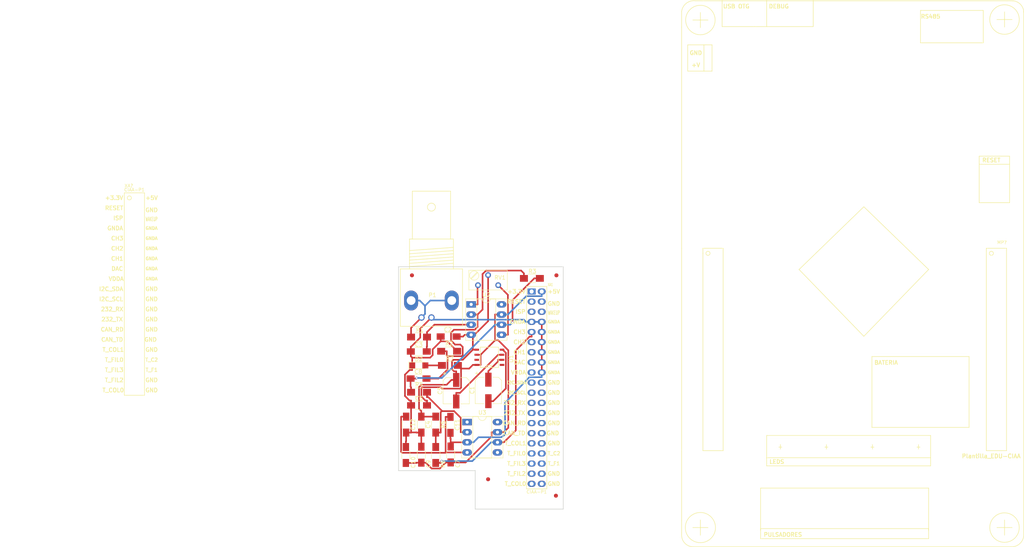
<source format=kicad_pcb>
(kicad_pcb (version 4) (host pcbnew 4.0.2+e4-6225~38~ubuntu14.04.1-stable)

  (general
    (links 58)
    (no_connects 0)
    (area 223.952999 42.215999 265.441501 103.199001)
    (thickness 1.6)
    (drawings 12)
    (tracks 238)
    (zones 0)
    (modules 32)
    (nets 55)
  )

  (page A4)
  (title_block
    (title "Poncho_Ph. Licencia Creative Commons")
    (date 2017-05-05)
    (rev 1.0.)
    (company CESE)
    (comment 1 " Mg. Ing Eduardo Filomena")
    (comment 2 "Revisión a cargo de: ")
    (comment 3 "Curso de Diseño de Circuitos Impresos")
    (comment 4 "Autor: Juan Carlos Suárez Barón")
  )

  (layers
    (0 F.Cu signal)
    (31 B.Cu signal)
    (32 B.Adhes user)
    (33 F.Adhes user)
    (34 B.Paste user)
    (35 F.Paste user)
    (36 B.SilkS user)
    (37 F.SilkS user)
    (38 B.Mask user)
    (39 F.Mask user)
    (40 Dwgs.User user)
    (41 Cmts.User user)
    (42 Eco1.User user)
    (43 Eco2.User user)
    (44 Edge.Cuts user)
    (45 Margin user)
    (46 B.CrtYd user)
    (47 F.CrtYd user)
    (48 B.Fab user)
    (49 F.Fab user)
  )

  (setup
    (last_trace_width 0.4)
    (trace_clearance 0.2)
    (zone_clearance 0.508)
    (zone_45_only no)
    (trace_min 0.2)
    (segment_width 0.2)
    (edge_width 0.15)
    (via_size 0.6)
    (via_drill 0.4)
    (via_min_size 0.4)
    (via_min_drill 0.3)
    (uvia_size 0.3)
    (uvia_drill 0.1)
    (uvias_allowed no)
    (uvia_min_size 0.2)
    (uvia_min_drill 0.1)
    (pcb_text_width 0.3)
    (pcb_text_size 1.5 1.5)
    (mod_edge_width 0.15)
    (mod_text_size 1 1)
    (mod_text_width 0.15)
    (pad_size 1.524 1.524)
    (pad_drill 0.762)
    (pad_to_mask_clearance 0.2)
    (aux_axis_origin 0 0)
    (visible_elements FFFFFF7F)
    (pcbplotparams
      (layerselection 0x00030_80000001)
      (usegerberextensions false)
      (excludeedgelayer true)
      (linewidth 0.100000)
      (plotframeref false)
      (viasonmask false)
      (mode 1)
      (useauxorigin false)
      (hpglpennumber 1)
      (hpglpenspeed 20)
      (hpglpendiameter 15)
      (hpglpenoverlay 2)
      (psnegative false)
      (psa4output false)
      (plotreference true)
      (plotvalue true)
      (plotinvisibletext false)
      (padsonsilk false)
      (subtractmaskfromsilk false)
      (outputformat 1)
      (mirror false)
      (drillshape 1)
      (scaleselection 1)
      (outputdirectory ""))
  )

  (net 0 "")
  (net 1 "Net-(C1-Pad1)")
  (net 2 "Net-(C1-Pad2)")
  (net 3 +5V)
  (net 4 GNDA)
  (net 5 "Net-(C3-Pad1)")
  (net 6 VEE)
  (net 7 GND)
  (net 8 "Net-(C8-Pad1)")
  (net 9 "Net-(C8-Pad2)")
  (net 10 "Net-(D2-Pad2)")
  (net 11 "Net-(F1-Pad1)")
  (net 12 "Net-(F2-Pad1)")
  (net 13 "Net-(F3-Pad1)")
  (net 14 "Net-(F4-Pad1)")
  (net 15 "Net-(P1-Pad2)")
  (net 16 "Net-(R4-Pad1)")
  (net 17 /ADC3)
  (net 18 "Net-(U1-Pad7)")
  (net 19 "Net-(U1-Pad1)")
  (net 20 "Net-(U2-Pad8)")
  (net 21 "Net-(XA1-Pad1)")
  (net 22 "Net-(XA1-Pad11)")
  (net 23 "Net-(XA1-Pad4)")
  (net 24 "Net-(XA1-Pad13)")
  (net 25 "Net-(XA1-Pad6)")
  (net 26 "Net-(XA1-Pad15)")
  (net 27 "Net-(XA1-Pad17)")
  (net 28 "Net-(XA1-Pad19)")
  (net 29 "Net-(XA1-Pad21)")
  (net 30 "Net-(XA1-Pad23)")
  (net 31 "Net-(XA1-Pad25)")
  (net 32 "Net-(XA1-Pad27)")
  (net 33 "Net-(XA1-Pad20)")
  (net 34 "Net-(XA1-Pad29)")
  (net 35 "Net-(XA1-Pad22)")
  (net 36 "Net-(XA1-Pad31)")
  (net 37 "Net-(XA1-Pad24)")
  (net 38 "Net-(XA1-Pad26)")
  (net 39 "Net-(XA1-Pad33)")
  (net 40 "Net-(XA1-Pad28)")
  (net 41 "Net-(XA1-Pad32)")
  (net 42 "Net-(XA1-Pad34)")
  (net 43 "Net-(XA1-Pad36)")
  (net 44 "Net-(XA1-Pad38)")
  (net 45 "Net-(XA1-Pad35)")
  (net 46 "Net-(XA1-Pad37)")
  (net 47 "Net-(XA1-Pad3)")
  (net 48 "Net-(XA1-Pad5)")
  (net 49 "Net-(XA1-Pad39)")
  (net 50 "Net-(XA1-Pad40)")
  (net 51 "Net-(XA1-Pad30)")
  (net 52 "Net-(C11-Pad1)")
  (net 53 "Net-(RV1-Pad1)")
  (net 54 "Net-(RV1-Pad3)")

  (net_class Default "This is the default net class."
    (clearance 0.2)
    (trace_width 0.4)
    (via_dia 0.6)
    (via_drill 0.4)
    (uvia_dia 0.3)
    (uvia_drill 0.1)
    (add_net +5V)
    (add_net /ADC3)
    (add_net GND)
    (add_net GNDA)
    (add_net "Net-(C1-Pad1)")
    (add_net "Net-(C1-Pad2)")
    (add_net "Net-(C11-Pad1)")
    (add_net "Net-(C3-Pad1)")
    (add_net "Net-(C8-Pad1)")
    (add_net "Net-(C8-Pad2)")
    (add_net "Net-(D2-Pad2)")
    (add_net "Net-(F1-Pad1)")
    (add_net "Net-(F2-Pad1)")
    (add_net "Net-(F3-Pad1)")
    (add_net "Net-(F4-Pad1)")
    (add_net "Net-(P1-Pad2)")
    (add_net "Net-(R4-Pad1)")
    (add_net "Net-(RV1-Pad1)")
    (add_net "Net-(RV1-Pad3)")
    (add_net "Net-(U1-Pad1)")
    (add_net "Net-(U1-Pad7)")
    (add_net "Net-(U2-Pad8)")
    (add_net "Net-(XA1-Pad1)")
    (add_net "Net-(XA1-Pad11)")
    (add_net "Net-(XA1-Pad13)")
    (add_net "Net-(XA1-Pad15)")
    (add_net "Net-(XA1-Pad17)")
    (add_net "Net-(XA1-Pad19)")
    (add_net "Net-(XA1-Pad20)")
    (add_net "Net-(XA1-Pad21)")
    (add_net "Net-(XA1-Pad22)")
    (add_net "Net-(XA1-Pad23)")
    (add_net "Net-(XA1-Pad24)")
    (add_net "Net-(XA1-Pad25)")
    (add_net "Net-(XA1-Pad26)")
    (add_net "Net-(XA1-Pad27)")
    (add_net "Net-(XA1-Pad28)")
    (add_net "Net-(XA1-Pad29)")
    (add_net "Net-(XA1-Pad3)")
    (add_net "Net-(XA1-Pad30)")
    (add_net "Net-(XA1-Pad31)")
    (add_net "Net-(XA1-Pad32)")
    (add_net "Net-(XA1-Pad33)")
    (add_net "Net-(XA1-Pad34)")
    (add_net "Net-(XA1-Pad35)")
    (add_net "Net-(XA1-Pad36)")
    (add_net "Net-(XA1-Pad37)")
    (add_net "Net-(XA1-Pad38)")
    (add_net "Net-(XA1-Pad39)")
    (add_net "Net-(XA1-Pad4)")
    (add_net "Net-(XA1-Pad40)")
    (add_net "Net-(XA1-Pad5)")
    (add_net "Net-(XA1-Pad6)")
    (add_net VEE)
  )

  (module Ph_Poncho:Potentiometer_Trimmer_Bourns_3296Y (layer F.Cu) (tedit 597164EE) (tstamp 592E1A20)
    (at 243.967 46.9265 180)
    (descr "Spindle Trimmer Potentiometer, Bourns 3296Y, https://www.bourns.com/pdfs/3296.pdf")
    (tags "Spindle Trimmer Potentiometer   Bourns 3296Y")
    (path /590D02D0)
    (fp_text reference RV1 (at -5.5245 1.905 180) (layer F.SilkS)
      (effects (font (size 1 1) (thickness 0.15)))
    )
    (fp_text value POT (at -2.54 4.94 180) (layer F.Fab) hide
      (effects (font (size 1 1) (thickness 0.15)))
    )
    (fp_circle (center 0.955 2.42) (end 2.05 2.42) (layer F.Fab) (width 0.1))
    (fp_circle (center 0.955 2.42) (end 2.11 2.42) (layer F.SilkS) (width 0.12))
    (fp_line (start -7.305 -1.14) (end -7.305 3.69) (layer F.Fab) (width 0.1))
    (fp_line (start -7.305 3.69) (end 2.225 3.69) (layer F.Fab) (width 0.1))
    (fp_line (start 2.225 3.69) (end 2.225 -1.14) (layer F.Fab) (width 0.1))
    (fp_line (start 2.225 -1.14) (end -7.305 -1.14) (layer F.Fab) (width 0.1))
    (fp_line (start 1.786 1.724) (end 0.259 3.251) (layer F.Fab) (width 0.1))
    (fp_line (start 1.652 1.59) (end 0.125 3.117) (layer F.Fab) (width 0.1))
    (fp_line (start -7.365 -1.2) (end 2.285 -1.2) (layer F.SilkS) (width 0.12))
    (fp_line (start -7.365 3.751) (end 2.285 3.751) (layer F.SilkS) (width 0.12))
    (fp_line (start -7.365 -1.2) (end -7.365 3.751) (layer F.SilkS) (width 0.12))
    (fp_line (start 2.285 -1.2) (end 2.285 3.751) (layer F.SilkS) (width 0.12))
    (fp_line (start 1.831 1.686) (end 0.22 3.296) (layer F.SilkS) (width 0.12))
    (fp_line (start 1.691 1.545) (end 0.079 3.155) (layer F.SilkS) (width 0.12))
    (fp_line (start -7.6 -1.4) (end -7.6 3.95) (layer F.CrtYd) (width 0.05))
    (fp_line (start -7.6 3.95) (end 2.5 3.95) (layer F.CrtYd) (width 0.05))
    (fp_line (start 2.5 3.95) (end 2.5 -1.4) (layer F.CrtYd) (width 0.05))
    (fp_line (start 2.5 -1.4) (end -7.6 -1.4) (layer F.CrtYd) (width 0.05))
    (pad 1 thru_hole circle (at 0 0 180) (size 1.44 1.44) (drill 0.8) (layers *.Cu *.Mask)
      (net 53 "Net-(RV1-Pad1)"))
    (pad 2 thru_hole circle (at -2.54 2.54 180) (size 1.44 1.44) (drill 0.8) (layers *.Cu *.Mask)
      (net 6 VEE))
    (pad 3 thru_hole circle (at -5.08 0 180) (size 1.44 1.44) (drill 0.8) (layers *.Cu *.Mask)
      (net 54 "Net-(RV1-Pad3)"))
    (model Potentiometers.3dshapes/Potentiometer_Trimmer_Bourns_3296Y.wrl
      (at (xyz 0 0 0))
      (scale (xyz 1 1 1))
      (rotate (xyz 0 0 -90))
    )
  )

  (module Ph_Poncho:Plantilla_EDU-CIAA (layer F.Cu) (tedit 596BFD5D) (tstamp 592E20FB)
    (at 372.808 38.9255)
    (tags "plantilla poncho EDU CIAA")
    (fp_text reference MP? (at 2.667 -2.7305) (layer F.SilkS)
      (effects (font (size 0.8 0.8) (thickness 0.12)))
    )
    (fp_text value Plantilla_EDU-CIAA (at -0.03 50.9) (layer F.SilkS)
      (effects (font (size 1.016 1.016) (thickness 0.2032)))
    )
    (fp_circle (center -71.12 0) (end -70.612 0) (layer F.SilkS) (width 0.15))
    (fp_line (start -30.099 48.641) (end -30.226 48.641) (layer F.SilkS) (width 0.15))
    (fp_line (start -29.845 48.641) (end -30.099 48.641) (layer F.SilkS) (width 0.15))
    (fp_line (start -29.845 48.641) (end -29.464 48.641) (layer F.SilkS) (width 0.15))
    (fp_line (start -29.845 48.641) (end -29.845 49.149) (layer F.SilkS) (width 0.15))
    (fp_line (start -29.845 48.641) (end -29.845 48.006) (layer F.SilkS) (width 0.15))
    (fp_line (start -52.959 48.133) (end -52.959 48.006) (layer F.SilkS) (width 0.15))
    (fp_line (start -52.959 48.641) (end -53.34 48.641) (layer F.SilkS) (width 0.15))
    (fp_line (start -52.959 48.641) (end -52.578 48.641) (layer F.SilkS) (width 0.15))
    (fp_line (start -52.959 48.641) (end -52.959 49.149) (layer F.SilkS) (width 0.15))
    (fp_line (start -52.959 48.641) (end -52.959 48.133) (layer F.SilkS) (width 0.15))
    (fp_line (start -41.656 48.641) (end -41.783 48.641) (layer F.SilkS) (width 0.15))
    (fp_line (start -41.402 48.641) (end -41.656 48.641) (layer F.SilkS) (width 0.15))
    (fp_line (start -41.402 48.641) (end -41.021 48.641) (layer F.SilkS) (width 0.15))
    (fp_line (start -41.402 48.641) (end -41.402 49.149) (layer F.SilkS) (width 0.15))
    (fp_line (start -41.402 48.641) (end -41.402 48.006) (layer F.SilkS) (width 0.15))
    (fp_line (start -18.288 48.641) (end -18.669 48.641) (layer F.SilkS) (width 0.15))
    (fp_line (start -18.288 48.641) (end -17.907 48.641) (layer F.SilkS) (width 0.15))
    (fp_line (start -18.288 48.641) (end -18.288 49.149) (layer F.SilkS) (width 0.15))
    (fp_line (start -18.288 48.641) (end -18.288 48.006) (layer F.SilkS) (width 0.15))
    (fp_line (start -73.025 68.834) (end -74.93 68.834) (layer F.SilkS) (width 0.15))
    (fp_line (start -73.025 68.834) (end -71.12 68.834) (layer F.SilkS) (width 0.15))
    (fp_line (start -73.025 68.834) (end -73.025 70.739) (layer F.SilkS) (width 0.15))
    (fp_line (start -73.025 68.834) (end -73.025 66.929) (layer F.SilkS) (width 0.15))
    (fp_circle (center -73.025 68.834) (end -72.136 65.151) (layer F.SilkS) (width 0.15))
    (fp_circle (center 3.302 68.834) (end 6.858 69.85) (layer F.SilkS) (width 0.15))
    (fp_line (start 3.302 68.834) (end 5.207 68.834) (layer F.SilkS) (width 0.15))
    (fp_line (start 3.302 68.834) (end 1.397 68.834) (layer F.SilkS) (width 0.15))
    (fp_line (start 3.302 68.834) (end 3.302 70.739) (layer F.SilkS) (width 0.15))
    (fp_line (start 3.302 68.834) (end 3.302 66.929) (layer F.SilkS) (width 0.15))
    (fp_line (start 3.302 -58.674) (end 1.397 -58.674) (layer F.SilkS) (width 0.15))
    (fp_line (start 3.302 -58.674) (end 5.207 -58.674) (layer F.SilkS) (width 0.15))
    (fp_line (start 3.302 -58.674) (end 3.302 -56.769) (layer F.SilkS) (width 0.15))
    (fp_line (start 3.302 -58.674) (end 3.302 -60.579) (layer F.SilkS) (width 0.15))
    (fp_circle (center 3.302 -58.674) (end 6.731 -57.277) (layer F.SilkS) (width 0.15))
    (fp_circle (center -73.025 -58.547) (end -69.469 -59.563) (layer F.SilkS) (width 0.15))
    (fp_line (start -73.025 -58.547) (end -74.93 -58.547) (layer F.SilkS) (width 0.15))
    (fp_line (start -73.025 -58.547) (end -71.12 -58.547) (layer F.SilkS) (width 0.15))
    (fp_line (start -73.025 -58.547) (end -73.025 -56.642) (layer F.SilkS) (width 0.15))
    (fp_line (start -73.025 -58.547) (end -73.025 -60.452) (layer F.SilkS) (width 0.15))
    (fp_circle (center 0 0) (end 0.508 0) (layer F.SilkS) (width 0.15))
    (fp_line (start -72.136 -45.72) (end -70.104 -45.72) (layer F.SilkS) (width 0.15))
    (fp_line (start -70.104 -45.72) (end -70.104 -52.324) (layer F.SilkS) (width 0.15))
    (fp_line (start -70.104 -52.324) (end -72.136 -52.324) (layer F.SilkS) (width 0.15))
    (fp_text user GND (at -74.168 -50.292) (layer F.SilkS)
      (effects (font (size 1 1) (thickness 0.2)))
    )
    (fp_text user +V (at -74.168 -47.244) (layer F.SilkS)
      (effects (font (size 1 1) (thickness 0.2)))
    )
    (fp_line (start -76.2 -45.72) (end -72.136 -45.72) (layer F.SilkS) (width 0.15))
    (fp_line (start -72.136 -45.72) (end -72.136 -52.324) (layer F.SilkS) (width 0.15))
    (fp_line (start -72.136 -52.324) (end -76.2 -52.324) (layer F.SilkS) (width 0.15))
    (fp_line (start -76.2 -52.324) (end -76.2 -45.72) (layer F.SilkS) (width 0.15))
    (fp_text user DEBUG (at -53.34 -61.976) (layer F.SilkS)
      (effects (font (size 1 1) (thickness 0.2)))
    )
    (fp_text user "USB OTG" (at -64.008 -61.976) (layer F.SilkS)
      (effects (font (size 1 1) (thickness 0.2)))
    )
    (fp_line (start -56.388 -56.896) (end -56.388 -63.5) (layer F.SilkS) (width 0.15))
    (fp_line (start -44.704 -62.992) (end -44.704 -63.5) (layer F.SilkS) (width 0.15))
    (fp_line (start -67.564 -56.896) (end -67.564 -62.992) (layer F.SilkS) (width 0.15))
    (fp_line (start -67.564 -62.992) (end -67.564 -63.5) (layer F.SilkS) (width 0.15))
    (fp_line (start -44.704 -62.992) (end -44.704 -56.896) (layer F.SilkS) (width 0.15))
    (fp_line (start -44.704 -56.896) (end -59.436 -56.896) (layer F.SilkS) (width 0.15))
    (fp_line (start -67.564 -56.896) (end -59.436 -56.896) (layer F.SilkS) (width 0.15))
    (fp_text user RS485 (at -15.24 -59.436) (layer F.SilkS)
      (effects (font (size 1 1) (thickness 0.2)))
    )
    (fp_line (start -17.78 -52.832) (end -2.032 -52.832) (layer F.SilkS) (width 0.15))
    (fp_line (start -2.032 -52.832) (end -2.032 -60.96) (layer F.SilkS) (width 0.15))
    (fp_line (start -2.032 -60.96) (end -17.78 -60.96) (layer F.SilkS) (width 0.15))
    (fp_line (start -17.78 -60.96) (end -17.78 -52.832) (layer F.SilkS) (width 0.15))
    (fp_line (start -32.004 20.828) (end -48.26 4.064) (layer F.SilkS) (width 0.15))
    (fp_line (start -48.26 4.064) (end -32.004 -11.684) (layer F.SilkS) (width 0.15))
    (fp_line (start -32.004 -11.684) (end -15.748 4.064) (layer F.SilkS) (width 0.15))
    (fp_line (start -15.748 4.064) (end -32.004 20.828) (layer F.SilkS) (width 0.15))
    (fp_text user RESET (at 0 -23.368) (layer F.SilkS)
      (effects (font (size 1 1) (thickness 0.2)))
    )
    (fp_line (start -57.912 71.628) (end -57.912 69.088) (layer F.SilkS) (width 0.15))
    (fp_line (start -57.912 71.628) (end -15.748 71.628) (layer F.SilkS) (width 0.15))
    (fp_line (start -15.748 71.628) (end -15.748 69.088) (layer F.SilkS) (width 0.15))
    (fp_line (start -57.912 69.088) (end -15.748 69.088) (layer F.SilkS) (width 0.15))
    (fp_line (start -56.388 53.34) (end -56.388 51.308) (layer F.SilkS) (width 0.15))
    (fp_line (start -56.388 53.34) (end -15.24 53.34) (layer F.SilkS) (width 0.15))
    (fp_line (start -15.24 53.34) (end -15.24 51.308) (layer F.SilkS) (width 0.15))
    (fp_line (start 4.572 -22.352) (end -3.048 -22.352) (layer F.SilkS) (width 0.15))
    (fp_line (start -3.048 -12.7) (end 4.572 -12.7) (layer F.SilkS) (width 0.15))
    (fp_line (start 4.572 -12.7) (end 4.572 -24.384) (layer F.SilkS) (width 0.15))
    (fp_line (start 4.572 -24.384) (end -3.048 -24.384) (layer F.SilkS) (width 0.15))
    (fp_line (start -3.048 -24.384) (end -3.048 -12.7) (layer F.SilkS) (width 0.15))
    (fp_text user BATERIA (at -26.416 27.432) (layer F.SilkS)
      (effects (font (size 1 1) (thickness 0.2)))
    )
    (fp_line (start -29.972 43.688) (end -5.588 43.688) (layer F.SilkS) (width 0.15))
    (fp_line (start -5.588 43.688) (end -5.588 25.908) (layer F.SilkS) (width 0.15))
    (fp_line (start -5.588 25.908) (end -29.972 25.908) (layer F.SilkS) (width 0.15))
    (fp_line (start -29.972 25.908) (end -29.972 43.688) (layer F.SilkS) (width 0.15))
    (fp_text user LEDS (at -53.848 52.324) (layer F.SilkS)
      (effects (font (size 1 1) (thickness 0.2)))
    )
    (fp_line (start -56.388 51.308) (end -15.24 51.308) (layer F.SilkS) (width 0.15))
    (fp_line (start -15.24 51.308) (end -15.24 45.72) (layer F.SilkS) (width 0.15))
    (fp_line (start -15.24 45.72) (end -56.388 45.72) (layer F.SilkS) (width 0.15))
    (fp_line (start -56.388 45.72) (end -56.388 51.308) (layer F.SilkS) (width 0.15))
    (fp_text user PULSADORES (at -52.324 70.612) (layer F.SilkS)
      (effects (font (size 1 1) (thickness 0.2)))
    )
    (fp_line (start -15.748 69.596) (end -15.748 58.928) (layer F.SilkS) (width 0.15))
    (fp_line (start -15.748 58.928) (end -57.912 58.928) (layer F.SilkS) (width 0.15))
    (fp_line (start -57.912 58.928) (end -57.912 69.596) (layer F.SilkS) (width 0.15))
    (fp_line (start -77.724 49.276) (end -77.724 -1.27) (layer F.SilkS) (width 0.15))
    (fp_arc (start -74.803 70.739) (end -74.93 73.66) (angle 90) (layer F.SilkS) (width 0.15))
    (fp_arc (start 5.08 70.612) (end 8.128 70.485) (angle 90) (layer F.SilkS) (width 0.15))
    (fp_arc (start 5.207 -60.452) (end 5.207 -63.373) (angle 90) (layer F.SilkS) (width 0.15))
    (fp_line (start -77.724 -60.706) (end -77.724 -56.769) (layer F.SilkS) (width 0.15))
    (fp_line (start -72.263 -63.373) (end -74.295 -63.373) (layer F.SilkS) (width 0.15))
    (fp_arc (start -74.676 -60.325) (end -77.724 -60.706) (angle 90) (layer F.SilkS) (width 0.15))
    (fp_line (start 5.461 -63.373) (end 4.826 -63.373) (layer F.SilkS) (width 0.15))
    (fp_line (start 8.128 -60.579) (end 8.128 -60.706) (layer F.SilkS) (width 0.15))
    (fp_line (start 8.128 -60.706) (end 8.128 -60.452) (layer F.SilkS) (width 0.15))
    (fp_line (start 3.937 -63.373) (end 4.826 -63.373) (layer F.SilkS) (width 0.15))
    (fp_line (start 0 -63.373) (end 3.937 -63.373) (layer F.SilkS) (width 0.15))
    (fp_line (start 8.128 -58.293) (end 8.128 -60.579) (layer F.SilkS) (width 0.15))
    (fp_line (start 0 -63.373) (end -8.636 -63.373) (layer F.SilkS) (width 0.15))
    (fp_line (start -8.636 -63.373) (end -72.136 -63.373) (layer F.SilkS) (width 0.15))
    (fp_line (start -77.724 -1.27) (end -77.724 -56.769) (layer F.SilkS) (width 0.15))
    (fp_line (start 8.128 -1.27) (end 8.128 -10.16) (layer F.SilkS) (width 0.15))
    (fp_line (start 8.128 -10.16) (end 8.128 -27.432) (layer F.SilkS) (width 0.15))
    (fp_line (start 8.128 -27.432) (end 8.128 -48.26) (layer F.SilkS) (width 0.15))
    (fp_line (start 8.128 -48.26) (end 8.128 -55.499) (layer F.SilkS) (width 0.15))
    (fp_line (start 8.128 -55.499) (end 8.128 -58.293) (layer F.SilkS) (width 0.15))
    (fp_line (start -77.724 70.612) (end -77.724 70.104) (layer F.SilkS) (width 0.15))
    (fp_line (start -74.422 73.66) (end -74.93 73.66) (layer F.SilkS) (width 0.15))
    (fp_line (start -73.025 73.66) (end -74.422 73.66) (layer F.SilkS) (width 0.15))
    (fp_line (start -77.724 67.056) (end -77.724 70.104) (layer F.SilkS) (width 0.15))
    (fp_line (start 3.302 73.66) (end 5.207 73.66) (layer F.SilkS) (width 0.15))
    (fp_line (start 8.128 66.802) (end 8.128 70.485) (layer F.SilkS) (width 0.15))
    (fp_line (start 8.128 49.403) (end 8.128 66.802) (layer F.SilkS) (width 0.15))
    (fp_line (start -77.724 49.403) (end -77.724 67.056) (layer F.SilkS) (width 0.15))
    (fp_line (start 3.302 73.66) (end -73.025 73.66) (layer F.SilkS) (width 0.15))
    (fp_line (start 8.128 0) (end 8.128 -1.27) (layer F.SilkS) (width 0.15))
    (fp_line (start 8.128 0) (end 8.128 49.53) (layer F.SilkS) (width 0.15))
    (fp_line (start -72.39 0) (end -72.39 -1.27) (layer F.SilkS) (width 0.15))
    (fp_line (start -72.39 -1.27) (end -67.31 -1.27) (layer F.SilkS) (width 0.15))
    (fp_line (start -67.31 -1.27) (end -67.31 49.53) (layer F.SilkS) (width 0.15))
    (fp_line (start -67.31 49.53) (end -72.39 49.53) (layer F.SilkS) (width 0.15))
    (fp_line (start -72.39 49.53) (end -72.39 0) (layer F.SilkS) (width 0.15))
    (fp_line (start -1.27 49.53) (end -1.27 -1.27) (layer F.SilkS) (width 0.15))
    (fp_line (start 3.81 49.53) (end 3.81 -1.27) (layer F.SilkS) (width 0.15))
    (fp_line (start 3.81 49.53) (end -1.27 49.53) (layer F.SilkS) (width 0.15))
    (fp_line (start 3.81 -1.27) (end -1.27 -1.27) (layer F.SilkS) (width 0.15))
  )

  (module Ph_Poncho:SOIC-8-N (layer F.Cu) (tedit 59718461) (tstamp 592E1A33)
    (at 246.824 65.024 90)
    (descr "Module Narrow CMS SOJ 8 pins large")
    (tags "CMS SOJ")
    (path /59515A81)
    (attr smd)
    (fp_text reference U1 (at -0.381 5.461 90) (layer F.SilkS)
      (effects (font (size 1 1) (thickness 0.15)))
    )
    (fp_text value LMC7660 (at 0 1.27 90) (layer F.Fab)
      (effects (font (size 1 1) (thickness 0.15)))
    )
    (fp_line (start -2.54 -2.286) (end 2.54 -2.286) (layer F.SilkS) (width 0.15))
    (fp_line (start 2.54 -2.286) (end 2.54 2.286) (layer F.SilkS) (width 0.15))
    (fp_line (start 2.54 2.286) (end -2.54 2.286) (layer F.SilkS) (width 0.15))
    (fp_line (start -2.54 2.286) (end -2.54 -2.286) (layer F.SilkS) (width 0.15))
    (fp_line (start -2.54 -0.762) (end -2.032 -0.762) (layer F.SilkS) (width 0.15))
    (fp_line (start -2.032 -0.762) (end -2.032 0.508) (layer F.SilkS) (width 0.15))
    (fp_line (start -2.032 0.508) (end -2.54 0.508) (layer F.SilkS) (width 0.15))
    (pad 8 smd rect (at -1.905 -3.175 90) (size 0.508 1.143) (layers F.Cu F.Paste F.Mask)
      (net 3 +5V))
    (pad 7 smd rect (at -0.635 -3.175 90) (size 0.508 1.143) (layers F.Cu F.Paste F.Mask)
      (net 18 "Net-(U1-Pad7)"))
    (pad 6 smd rect (at 0.635 -3.175 90) (size 0.508 1.143) (layers F.Cu F.Paste F.Mask)
      (net 3 +5V))
    (pad 5 smd rect (at 1.905 -3.175 90) (size 0.508 1.143) (layers F.Cu F.Paste F.Mask)
      (net 6 VEE))
    (pad 4 smd rect (at 1.905 3.175 90) (size 0.508 1.143) (layers F.Cu F.Paste F.Mask)
      (net 2 "Net-(C1-Pad2)"))
    (pad 3 smd rect (at 0.635 3.175 90) (size 0.508 1.143) (layers F.Cu F.Paste F.Mask)
      (net 7 GND))
    (pad 2 smd rect (at -0.635 3.175 90) (size 0.508 1.143) (layers F.Cu F.Paste F.Mask)
      (net 1 "Net-(C1-Pad1)"))
    (pad 1 smd rect (at -1.905 3.175 90) (size 0.508 1.143) (layers F.Cu F.Paste F.Mask)
      (net 19 "Net-(U1-Pad1)"))
    (model SMD_Packages.3dshapes/SOIC-8-N.wrl
      (at (xyz 0 0 0))
      (scale (xyz 0.5 0.38 0.5))
      (rotate (xyz 0 0 0))
    )
  )

  (module Ph_Poncho:CP_Elec_6.3x4.5 (layer F.Cu) (tedit 59717E9F) (tstamp 592E1862)
    (at 246.57 73.3425 270)
    (descr "SMT capacitor, aluminium electrolytic, 6.3x4.5")
    (path /590CA78B)
    (attr smd)
    (fp_text reference C1 (at -0.0635 4.064 270) (layer F.SilkS)
      (effects (font (size 1 1) (thickness 0.15)))
    )
    (fp_text value 100uF (at 0 -4.56 270) (layer F.Fab) hide
      (effects (font (size 1 1) (thickness 0.15)))
    )
    (fp_circle (center 0 0) (end 0.9 2.9) (layer F.Fab) (width 0.1))
    (fp_text user + (at -1.73 -0.08 270) (layer F.Fab)
      (effects (font (size 1 1) (thickness 0.15)))
    )
    (fp_text user + (at -4.28 2.96 270) (layer F.SilkS)
      (effects (font (size 1 1) (thickness 0.15)))
    )
    (fp_text user %R (at -0.127 0.0635 360) (layer F.Fab)
      (effects (font (size 1 1) (thickness 0.15)))
    )
    (fp_line (start 3.15 3.15) (end 3.15 -3.15) (layer F.Fab) (width 0.1))
    (fp_line (start -2.48 3.15) (end 3.15 3.15) (layer F.Fab) (width 0.1))
    (fp_line (start -3.15 2.48) (end -2.48 3.15) (layer F.Fab) (width 0.1))
    (fp_line (start -3.15 -2.48) (end -3.15 2.48) (layer F.Fab) (width 0.1))
    (fp_line (start -2.48 -3.15) (end -3.15 -2.48) (layer F.Fab) (width 0.1))
    (fp_line (start 3.15 -3.15) (end -2.48 -3.15) (layer F.Fab) (width 0.1))
    (fp_line (start 3.3 3.3) (end 3.3 1.12) (layer F.SilkS) (width 0.12))
    (fp_line (start 3.3 -3.3) (end 3.3 -1.12) (layer F.SilkS) (width 0.12))
    (fp_line (start -3.3 2.54) (end -3.3 1.12) (layer F.SilkS) (width 0.12))
    (fp_line (start -3.3 -2.54) (end -3.3 -1.12) (layer F.SilkS) (width 0.12))
    (fp_line (start 3.3 3.3) (end -2.54 3.3) (layer F.SilkS) (width 0.12))
    (fp_line (start -2.54 3.3) (end -3.3 2.54) (layer F.SilkS) (width 0.12))
    (fp_line (start -3.3 -2.54) (end -2.54 -3.3) (layer F.SilkS) (width 0.12))
    (fp_line (start -2.54 -3.3) (end 3.3 -3.3) (layer F.SilkS) (width 0.12))
    (fp_line (start -4.7 -3.4) (end 4.7 -3.4) (layer F.CrtYd) (width 0.05))
    (fp_line (start -4.7 -3.4) (end -4.7 3.4) (layer F.CrtYd) (width 0.05))
    (fp_line (start 4.7 3.4) (end 4.7 -3.4) (layer F.CrtYd) (width 0.05))
    (fp_line (start 4.7 3.4) (end -4.7 3.4) (layer F.CrtYd) (width 0.05))
    (pad 1 smd rect (at -2.7 0 90) (size 3.5 1.6) (layers F.Cu F.Paste F.Mask)
      (net 1 "Net-(C1-Pad1)"))
    (pad 2 smd rect (at 2.7 0 90) (size 3.5 1.6) (layers F.Cu F.Paste F.Mask)
      (net 2 "Net-(C1-Pad2)"))
    (model Capacitors_SMD.3dshapes/CP_Elec_6.3x4.5.wrl
      (at (xyz 0 0 0))
      (scale (xyz 1 1 1))
      (rotate (xyz 0 0 180))
    )
  )

  (module Ph_Poncho:C_1206_HandSoldering (layer F.Cu) (tedit 59717230) (tstamp 592E1873)
    (at 236.601 59.817 180)
    (descr "Capacitor SMD 1206, hand soldering")
    (tags "capacitor 1206")
    (path /590CD5D6)
    (attr smd)
    (fp_text reference C2 (at 0.1905 1.7145 180) (layer F.SilkS)
      (effects (font (size 1 1) (thickness 0.15)))
    )
    (fp_text value 10uF (at 0 2 180) (layer F.Fab) hide
      (effects (font (size 1 1) (thickness 0.15)))
    )
    (fp_text user %R (at -0.0635 0 180) (layer F.Fab)
      (effects (font (size 1 1) (thickness 0.15)))
    )
    (fp_line (start -1.6 0.8) (end -1.6 -0.8) (layer F.Fab) (width 0.1))
    (fp_line (start 1.6 0.8) (end -1.6 0.8) (layer F.Fab) (width 0.1))
    (fp_line (start 1.6 -0.8) (end 1.6 0.8) (layer F.Fab) (width 0.1))
    (fp_line (start -1.6 -0.8) (end 1.6 -0.8) (layer F.Fab) (width 0.1))
    (fp_line (start 1 -1.02) (end -1 -1.02) (layer F.SilkS) (width 0.12))
    (fp_line (start -1 1.02) (end 1 1.02) (layer F.SilkS) (width 0.12))
    (fp_line (start -3.25 -1.05) (end 3.25 -1.05) (layer F.CrtYd) (width 0.05))
    (fp_line (start -3.25 -1.05) (end -3.25 1.05) (layer F.CrtYd) (width 0.05))
    (fp_line (start 3.25 1.05) (end 3.25 -1.05) (layer F.CrtYd) (width 0.05))
    (fp_line (start 3.25 1.05) (end -3.25 1.05) (layer F.CrtYd) (width 0.05))
    (pad 1 smd rect (at -2 0 180) (size 2 1.6) (layers F.Cu F.Paste F.Mask)
      (net 6 VEE))
    (pad 2 smd rect (at 2 0 180) (size 2 1.6) (layers F.Cu F.Paste F.Mask)
      (net 4 GNDA))
    (model Capacitors_SMD.3dshapes/C_1206.wrl
      (at (xyz 0 0 0))
      (scale (xyz 1 1 1))
      (rotate (xyz 0 0 0))
    )
  )

  (module Ph_Poncho:C_1206_HandSoldering (layer F.Cu) (tedit 5971817D) (tstamp 592E1884)
    (at 229.108 63.5635 180)
    (descr "Capacitor SMD 1206, hand soldering")
    (tags "capacitor 1206")
    (path /590CE9EC)
    (attr smd)
    (fp_text reference C3 (at 0 1.7145 180) (layer F.SilkS)
      (effects (font (size 1 1) (thickness 0.15)))
    )
    (fp_text value 2.2nF (at 0 2 180) (layer F.Fab) hide
      (effects (font (size 1 1) (thickness 0.15)))
    )
    (fp_text user %R (at 0.0635 -0.0635 180) (layer F.Fab)
      (effects (font (size 1 1) (thickness 0.15)))
    )
    (fp_line (start -1.6 0.8) (end -1.6 -0.8) (layer F.Fab) (width 0.1))
    (fp_line (start 1.6 0.8) (end -1.6 0.8) (layer F.Fab) (width 0.1))
    (fp_line (start 1.6 -0.8) (end 1.6 0.8) (layer F.Fab) (width 0.1))
    (fp_line (start -1.6 -0.8) (end 1.6 -0.8) (layer F.Fab) (width 0.1))
    (fp_line (start 1 -1.02) (end -1 -1.02) (layer F.SilkS) (width 0.12))
    (fp_line (start -1 1.02) (end 1 1.02) (layer F.SilkS) (width 0.12))
    (fp_line (start -3.25 -1.05) (end 3.25 -1.05) (layer F.CrtYd) (width 0.05))
    (fp_line (start -3.25 -1.05) (end -3.25 1.05) (layer F.CrtYd) (width 0.05))
    (fp_line (start 3.25 1.05) (end 3.25 -1.05) (layer F.CrtYd) (width 0.05))
    (fp_line (start 3.25 1.05) (end -3.25 1.05) (layer F.CrtYd) (width 0.05))
    (pad 1 smd rect (at -2 0 180) (size 2 1.6) (layers F.Cu F.Paste F.Mask)
      (net 5 "Net-(C3-Pad1)"))
    (pad 2 smd rect (at 2 0 180) (size 2 1.6) (layers F.Cu F.Paste F.Mask)
      (net 4 GNDA))
    (model Capacitors_SMD.3dshapes/C_1206.wrl
      (at (xyz 0 0 0))
      (scale (xyz 1 1 1))
      (rotate (xyz 0 0 0))
    )
  )

  (module Ph_Poncho:C_1206_HandSoldering (layer F.Cu) (tedit 59717DC7) (tstamp 592E1895)
    (at 229.743 81.915 270)
    (descr "Capacitor SMD 1206, hand soldering")
    (tags "capacitor 1206")
    (path /590CD638)
    (attr smd)
    (fp_text reference C4 (at 0 -1.75 270) (layer F.SilkS)
      (effects (font (size 1 1) (thickness 0.15)))
    )
    (fp_text value 100nF (at 0 2 270) (layer F.Fab) hide
      (effects (font (size 1 1) (thickness 0.15)))
    )
    (fp_text user %R (at 0 -0.0635 270) (layer F.Fab)
      (effects (font (size 1 1) (thickness 0.15)))
    )
    (fp_line (start -1.6 0.8) (end -1.6 -0.8) (layer F.Fab) (width 0.1))
    (fp_line (start 1.6 0.8) (end -1.6 0.8) (layer F.Fab) (width 0.1))
    (fp_line (start 1.6 -0.8) (end 1.6 0.8) (layer F.Fab) (width 0.1))
    (fp_line (start -1.6 -0.8) (end 1.6 -0.8) (layer F.Fab) (width 0.1))
    (fp_line (start 1 -1.02) (end -1 -1.02) (layer F.SilkS) (width 0.12))
    (fp_line (start -1 1.02) (end 1 1.02) (layer F.SilkS) (width 0.12))
    (fp_line (start -3.25 -1.05) (end 3.25 -1.05) (layer F.CrtYd) (width 0.05))
    (fp_line (start -3.25 -1.05) (end -3.25 1.05) (layer F.CrtYd) (width 0.05))
    (fp_line (start 3.25 1.05) (end 3.25 -1.05) (layer F.CrtYd) (width 0.05))
    (fp_line (start 3.25 1.05) (end -3.25 1.05) (layer F.CrtYd) (width 0.05))
    (pad 1 smd rect (at -2 0 270) (size 2 1.6) (layers F.Cu F.Paste F.Mask)
      (net 6 VEE))
    (pad 2 smd rect (at 2 0 270) (size 2 1.6) (layers F.Cu F.Paste F.Mask)
      (net 4 GNDA))
    (model Capacitors_SMD.3dshapes/C_1206.wrl
      (at (xyz 0 0 0))
      (scale (xyz 1 1 1))
      (rotate (xyz 0 0 0))
    )
  )

  (module Ph_Poncho:CP_Elec_6.3x4.5 (layer F.Cu) (tedit 59717EB4) (tstamp 592E18B1)
    (at 238.506 73.406 270)
    (descr "SMT capacitor, aluminium electrolytic, 6.3x4.5")
    (path /596B9F32)
    (attr smd)
    (fp_text reference C5 (at 0 4.064 450) (layer F.SilkS)
      (effects (font (size 1 1) (thickness 0.15)))
    )
    (fp_text value 100uF (at 0 -4.56 270) (layer F.Fab) hide
      (effects (font (size 1 1) (thickness 0.15)))
    )
    (fp_circle (center 0 0) (end 0.9 2.9) (layer F.Fab) (width 0.1))
    (fp_text user + (at -1.73 -0.08 270) (layer F.Fab)
      (effects (font (size 1 1) (thickness 0.15)))
    )
    (fp_text user + (at -4.28 2.96 270) (layer F.SilkS)
      (effects (font (size 1 1) (thickness 0.15)))
    )
    (fp_text user %R (at 0 0 540) (layer F.Fab)
      (effects (font (size 1 1) (thickness 0.15)))
    )
    (fp_line (start 3.15 3.15) (end 3.15 -3.15) (layer F.Fab) (width 0.1))
    (fp_line (start -2.48 3.15) (end 3.15 3.15) (layer F.Fab) (width 0.1))
    (fp_line (start -3.15 2.48) (end -2.48 3.15) (layer F.Fab) (width 0.1))
    (fp_line (start -3.15 -2.48) (end -3.15 2.48) (layer F.Fab) (width 0.1))
    (fp_line (start -2.48 -3.15) (end -3.15 -2.48) (layer F.Fab) (width 0.1))
    (fp_line (start 3.15 -3.15) (end -2.48 -3.15) (layer F.Fab) (width 0.1))
    (fp_line (start 3.3 3.3) (end 3.3 1.12) (layer F.SilkS) (width 0.12))
    (fp_line (start 3.3 -3.3) (end 3.3 -1.12) (layer F.SilkS) (width 0.12))
    (fp_line (start -3.3 2.54) (end -3.3 1.12) (layer F.SilkS) (width 0.12))
    (fp_line (start -3.3 -2.54) (end -3.3 -1.12) (layer F.SilkS) (width 0.12))
    (fp_line (start 3.3 3.3) (end -2.54 3.3) (layer F.SilkS) (width 0.12))
    (fp_line (start -2.54 3.3) (end -3.3 2.54) (layer F.SilkS) (width 0.12))
    (fp_line (start -3.3 -2.54) (end -2.54 -3.3) (layer F.SilkS) (width 0.12))
    (fp_line (start -2.54 -3.3) (end 3.3 -3.3) (layer F.SilkS) (width 0.12))
    (fp_line (start -4.7 -3.4) (end 4.7 -3.4) (layer F.CrtYd) (width 0.05))
    (fp_line (start -4.7 -3.4) (end -4.7 3.4) (layer F.CrtYd) (width 0.05))
    (fp_line (start 4.7 3.4) (end 4.7 -3.4) (layer F.CrtYd) (width 0.05))
    (fp_line (start 4.7 3.4) (end -4.7 3.4) (layer F.CrtYd) (width 0.05))
    (pad 1 smd rect (at -2.7 0 90) (size 3.5 1.6) (layers F.Cu F.Paste F.Mask)
      (net 6 VEE))
    (pad 2 smd rect (at 2.7 0 90) (size 3.5 1.6) (layers F.Cu F.Paste F.Mask)
      (net 7 GND))
    (model Capacitors_SMD.3dshapes/CP_Elec_6.3x4.5.wrl
      (at (xyz 0 0 0))
      (scale (xyz 1 1 1))
      (rotate (xyz 0 0 180))
    )
  )

  (module Ph_Poncho:C_1206_HandSoldering (layer F.Cu) (tedit 596BF6DA) (tstamp 592E18C2)
    (at 229.172 77.089)
    (descr "Capacitor SMD 1206, hand soldering")
    (tags "capacitor 1206")
    (path /590CE1B8)
    (attr smd)
    (fp_text reference C6 (at 0 -1.75) (layer F.SilkS)
      (effects (font (size 1 1) (thickness 0.15)))
    )
    (fp_text value 10nF (at 0 2) (layer F.Fab) hide
      (effects (font (size 1 1) (thickness 0.15)))
    )
    (fp_text user %R (at 0 -1.75) (layer F.Fab)
      (effects (font (size 1 1) (thickness 0.15)))
    )
    (fp_line (start -1.6 0.8) (end -1.6 -0.8) (layer F.Fab) (width 0.1))
    (fp_line (start 1.6 0.8) (end -1.6 0.8) (layer F.Fab) (width 0.1))
    (fp_line (start 1.6 -0.8) (end 1.6 0.8) (layer F.Fab) (width 0.1))
    (fp_line (start -1.6 -0.8) (end 1.6 -0.8) (layer F.Fab) (width 0.1))
    (fp_line (start 1 -1.02) (end -1 -1.02) (layer F.SilkS) (width 0.12))
    (fp_line (start -1 1.02) (end 1 1.02) (layer F.SilkS) (width 0.12))
    (fp_line (start -3.25 -1.05) (end 3.25 -1.05) (layer F.CrtYd) (width 0.05))
    (fp_line (start -3.25 -1.05) (end -3.25 1.05) (layer F.CrtYd) (width 0.05))
    (fp_line (start 3.25 1.05) (end 3.25 -1.05) (layer F.CrtYd) (width 0.05))
    (fp_line (start 3.25 1.05) (end -3.25 1.05) (layer F.CrtYd) (width 0.05))
    (pad 1 smd rect (at -2 0) (size 2 1.6) (layers F.Cu F.Paste F.Mask)
      (net 4 GNDA))
    (pad 2 smd rect (at 2 0) (size 2 1.6) (layers F.Cu F.Paste F.Mask)
      (net 3 +5V))
    (model Capacitors_SMD.3dshapes/C_1206.wrl
      (at (xyz 0 0 0))
      (scale (xyz 1 1 1))
      (rotate (xyz 0 0 0))
    )
  )

  (module Ph_Poncho:C_1206_HandSoldering (layer F.Cu) (tedit 59717DB8) (tstamp 592E18D3)
    (at 237.109 89.408 270)
    (descr "Capacitor SMD 1206, hand soldering")
    (tags "capacitor 1206")
    (path /590CE295)
    (attr smd)
    (fp_text reference C7 (at 2.3495 -1.778 270) (layer F.SilkS)
      (effects (font (size 1 1) (thickness 0.15)))
    )
    (fp_text value 100uF (at 0 2 270) (layer F.Fab) hide
      (effects (font (size 1 1) (thickness 0.15)))
    )
    (fp_text user %R (at 0.127 -0.254 270) (layer F.Fab)
      (effects (font (size 1 1) (thickness 0.15)))
    )
    (fp_line (start -1.6 0.8) (end -1.6 -0.8) (layer F.Fab) (width 0.1))
    (fp_line (start 1.6 0.8) (end -1.6 0.8) (layer F.Fab) (width 0.1))
    (fp_line (start 1.6 -0.8) (end 1.6 0.8) (layer F.Fab) (width 0.1))
    (fp_line (start -1.6 -0.8) (end 1.6 -0.8) (layer F.Fab) (width 0.1))
    (fp_line (start 1 -1.02) (end -1 -1.02) (layer F.SilkS) (width 0.12))
    (fp_line (start -1 1.02) (end 1 1.02) (layer F.SilkS) (width 0.12))
    (fp_line (start -3.25 -1.05) (end 3.25 -1.05) (layer F.CrtYd) (width 0.05))
    (fp_line (start -3.25 -1.05) (end -3.25 1.05) (layer F.CrtYd) (width 0.05))
    (fp_line (start 3.25 1.05) (end 3.25 -1.05) (layer F.CrtYd) (width 0.05))
    (fp_line (start 3.25 1.05) (end -3.25 1.05) (layer F.CrtYd) (width 0.05))
    (pad 1 smd rect (at -2 0 270) (size 2 1.6) (layers F.Cu F.Paste F.Mask)
      (net 4 GNDA))
    (pad 2 smd rect (at 2 0 270) (size 2 1.6) (layers F.Cu F.Paste F.Mask)
      (net 3 +5V))
    (model Capacitors_SMD.3dshapes/C_1206.wrl
      (at (xyz 0 0 0))
      (scale (xyz 1 1 1))
      (rotate (xyz 0 0 0))
    )
  )

  (module Ph_Poncho:C_1206_HandSoldering (layer F.Cu) (tedit 59718231) (tstamp 592E18E4)
    (at 229.044 70.358)
    (descr "Capacitor SMD 1206, hand soldering")
    (tags "capacitor 1206")
    (path /596BFA53)
    (attr smd)
    (fp_text reference C8 (at -0.0635 -1.7145) (layer F.SilkS)
      (effects (font (size 1 1) (thickness 0.15)))
    )
    (fp_text value 1uF (at 0 2) (layer F.Fab) hide
      (effects (font (size 1 1) (thickness 0.15)))
    )
    (fp_text user %R (at -0.0635 0) (layer F.Fab)
      (effects (font (size 1 1) (thickness 0.15)))
    )
    (fp_line (start -1.6 0.8) (end -1.6 -0.8) (layer F.Fab) (width 0.1))
    (fp_line (start 1.6 0.8) (end -1.6 0.8) (layer F.Fab) (width 0.1))
    (fp_line (start 1.6 -0.8) (end 1.6 0.8) (layer F.Fab) (width 0.1))
    (fp_line (start -1.6 -0.8) (end 1.6 -0.8) (layer F.Fab) (width 0.1))
    (fp_line (start 1 -1.02) (end -1 -1.02) (layer F.SilkS) (width 0.12))
    (fp_line (start -1 1.02) (end 1 1.02) (layer F.SilkS) (width 0.12))
    (fp_line (start -3.25 -1.05) (end 3.25 -1.05) (layer F.CrtYd) (width 0.05))
    (fp_line (start -3.25 -1.05) (end -3.25 1.05) (layer F.CrtYd) (width 0.05))
    (fp_line (start 3.25 1.05) (end 3.25 -1.05) (layer F.CrtYd) (width 0.05))
    (fp_line (start 3.25 1.05) (end -3.25 1.05) (layer F.CrtYd) (width 0.05))
    (pad 1 smd rect (at -2 0) (size 2 1.6) (layers F.Cu F.Paste F.Mask)
      (net 8 "Net-(C8-Pad1)"))
    (pad 2 smd rect (at 2 0) (size 2 1.6) (layers F.Cu F.Paste F.Mask)
      (net 9 "Net-(C8-Pad2)"))
    (model Capacitors_SMD.3dshapes/C_1206.wrl
      (at (xyz 0 0 0))
      (scale (xyz 1 1 1))
      (rotate (xyz 0 0 0))
    )
  )

  (module Ph_Poncho:C_1206_HandSoldering (layer F.Cu) (tedit 59717DAB) (tstamp 592E18F5)
    (at 229.743 89.4715 270)
    (descr "Capacitor SMD 1206, hand soldering")
    (tags "capacitor 1206")
    (path /596BE3F0)
    (attr smd)
    (fp_text reference C9 (at 2.286 -1.778 270) (layer F.SilkS)
      (effects (font (size 1 1) (thickness 0.15)))
    )
    (fp_text value 10nF (at 0 2 270) (layer F.Fab) hide
      (effects (font (size 1 1) (thickness 0.15)))
    )
    (fp_text user %R (at 0 -0.127 270) (layer F.Fab)
      (effects (font (size 1 1) (thickness 0.15)))
    )
    (fp_line (start -1.6 0.8) (end -1.6 -0.8) (layer F.Fab) (width 0.1))
    (fp_line (start 1.6 0.8) (end -1.6 0.8) (layer F.Fab) (width 0.1))
    (fp_line (start 1.6 -0.8) (end 1.6 0.8) (layer F.Fab) (width 0.1))
    (fp_line (start -1.6 -0.8) (end 1.6 -0.8) (layer F.Fab) (width 0.1))
    (fp_line (start 1 -1.02) (end -1 -1.02) (layer F.SilkS) (width 0.12))
    (fp_line (start -1 1.02) (end 1 1.02) (layer F.SilkS) (width 0.12))
    (fp_line (start -3.25 -1.05) (end 3.25 -1.05) (layer F.CrtYd) (width 0.05))
    (fp_line (start -3.25 -1.05) (end -3.25 1.05) (layer F.CrtYd) (width 0.05))
    (fp_line (start 3.25 1.05) (end 3.25 -1.05) (layer F.CrtYd) (width 0.05))
    (fp_line (start 3.25 1.05) (end -3.25 1.05) (layer F.CrtYd) (width 0.05))
    (pad 1 smd rect (at -2 0 270) (size 2 1.6) (layers F.Cu F.Paste F.Mask)
      (net 4 GNDA))
    (pad 2 smd rect (at 2 0 270) (size 2 1.6) (layers F.Cu F.Paste F.Mask)
      (net 3 +5V))
    (model Capacitors_SMD.3dshapes/C_1206.wrl
      (at (xyz 0 0 0))
      (scale (xyz 1 1 1))
      (rotate (xyz 0 0 0))
    )
  )

  (module Ph_Poncho:C_1206_HandSoldering (layer F.Cu) (tedit 59717DB2) (tstamp 592E1906)
    (at 225.87 89.535 270)
    (descr "Capacitor SMD 1206, hand soldering")
    (tags "capacitor 1206")
    (path /596BE9CE)
    (attr smd)
    (fp_text reference C10 (at 1.8415 -1.8415 270) (layer F.SilkS)
      (effects (font (size 1 1) (thickness 0.15)))
    )
    (fp_text value 100uF (at 0 2 270) (layer F.Fab) hide
      (effects (font (size 1 1) (thickness 0.15)))
    )
    (fp_text user %R (at 0 0.0635 270) (layer F.Fab)
      (effects (font (size 1 1) (thickness 0.15)))
    )
    (fp_line (start -1.6 0.8) (end -1.6 -0.8) (layer F.Fab) (width 0.1))
    (fp_line (start 1.6 0.8) (end -1.6 0.8) (layer F.Fab) (width 0.1))
    (fp_line (start 1.6 -0.8) (end 1.6 0.8) (layer F.Fab) (width 0.1))
    (fp_line (start -1.6 -0.8) (end 1.6 -0.8) (layer F.Fab) (width 0.1))
    (fp_line (start 1 -1.02) (end -1 -1.02) (layer F.SilkS) (width 0.12))
    (fp_line (start -1 1.02) (end 1 1.02) (layer F.SilkS) (width 0.12))
    (fp_line (start -3.25 -1.05) (end 3.25 -1.05) (layer F.CrtYd) (width 0.05))
    (fp_line (start -3.25 -1.05) (end -3.25 1.05) (layer F.CrtYd) (width 0.05))
    (fp_line (start 3.25 1.05) (end 3.25 -1.05) (layer F.CrtYd) (width 0.05))
    (fp_line (start 3.25 1.05) (end -3.25 1.05) (layer F.CrtYd) (width 0.05))
    (pad 1 smd rect (at -2 0 270) (size 2 1.6) (layers F.Cu F.Paste F.Mask)
      (net 4 GNDA))
    (pad 2 smd rect (at 2 0 270) (size 2 1.6) (layers F.Cu F.Paste F.Mask)
      (net 3 +5V))
    (model Capacitors_SMD.3dshapes/C_1206.wrl
      (at (xyz 0 0 0))
      (scale (xyz 1 1 1))
      (rotate (xyz 0 0 0))
    )
  )

  (module Ph_Poncho:C_1206_HandSoldering (layer F.Cu) (tedit 59717DCD) (tstamp 592E1917)
    (at 237.046 81.9785 270)
    (descr "Capacitor SMD 1206, hand soldering")
    (tags "capacitor 1206")
    (path /596BF296)
    (attr smd)
    (fp_text reference C11 (at 0 -1.75 270) (layer F.SilkS)
      (effects (font (size 1 1) (thickness 0.15)))
    )
    (fp_text value 10nF (at 0 2 270) (layer F.Fab) hide
      (effects (font (size 1 1) (thickness 0.15)))
    )
    (fp_text user %R (at -0.0635 0 270) (layer F.Fab)
      (effects (font (size 1 1) (thickness 0.15)))
    )
    (fp_line (start -1.6 0.8) (end -1.6 -0.8) (layer F.Fab) (width 0.1))
    (fp_line (start 1.6 0.8) (end -1.6 0.8) (layer F.Fab) (width 0.1))
    (fp_line (start 1.6 -0.8) (end 1.6 0.8) (layer F.Fab) (width 0.1))
    (fp_line (start -1.6 -0.8) (end 1.6 -0.8) (layer F.Fab) (width 0.1))
    (fp_line (start 1 -1.02) (end -1 -1.02) (layer F.SilkS) (width 0.12))
    (fp_line (start -1 1.02) (end 1 1.02) (layer F.SilkS) (width 0.12))
    (fp_line (start -3.25 -1.05) (end 3.25 -1.05) (layer F.CrtYd) (width 0.05))
    (fp_line (start -3.25 -1.05) (end -3.25 1.05) (layer F.CrtYd) (width 0.05))
    (fp_line (start 3.25 1.05) (end 3.25 -1.05) (layer F.CrtYd) (width 0.05))
    (fp_line (start 3.25 1.05) (end -3.25 1.05) (layer F.CrtYd) (width 0.05))
    (pad 1 smd rect (at -2 0 270) (size 2 1.6) (layers F.Cu F.Paste F.Mask)
      (net 52 "Net-(C11-Pad1)"))
    (pad 2 smd rect (at 2 0 270) (size 2 1.6) (layers F.Cu F.Paste F.Mask)
      (net 4 GNDA))
    (model Capacitors_SMD.3dshapes/C_1206.wrl
      (at (xyz 0 0 0))
      (scale (xyz 1 1 1))
      (rotate (xyz 0 0 0))
    )
  )

  (module Ph_Poncho:C_1206_HandSoldering (layer F.Cu) (tedit 59717DC1) (tstamp 592E1928)
    (at 225.933 81.915 270)
    (descr "Capacitor SMD 1206, hand soldering")
    (tags "capacitor 1206")
    (path /596BEA8F)
    (attr smd)
    (fp_text reference C12 (at 0 -1.75 270) (layer F.SilkS)
      (effects (font (size 1 1) (thickness 0.15)))
    )
    (fp_text value 100uF (at 0 2 270) (layer F.Fab) hide
      (effects (font (size 1 1) (thickness 0.15)))
    )
    (fp_text user %R (at 0.0635 0.0635 270) (layer F.Fab)
      (effects (font (size 1 1) (thickness 0.15)))
    )
    (fp_line (start -1.6 0.8) (end -1.6 -0.8) (layer F.Fab) (width 0.1))
    (fp_line (start 1.6 0.8) (end -1.6 0.8) (layer F.Fab) (width 0.1))
    (fp_line (start 1.6 -0.8) (end 1.6 0.8) (layer F.Fab) (width 0.1))
    (fp_line (start -1.6 -0.8) (end 1.6 -0.8) (layer F.Fab) (width 0.1))
    (fp_line (start 1 -1.02) (end -1 -1.02) (layer F.SilkS) (width 0.12))
    (fp_line (start -1 1.02) (end 1 1.02) (layer F.SilkS) (width 0.12))
    (fp_line (start -3.25 -1.05) (end 3.25 -1.05) (layer F.CrtYd) (width 0.05))
    (fp_line (start -3.25 -1.05) (end -3.25 1.05) (layer F.CrtYd) (width 0.05))
    (fp_line (start 3.25 1.05) (end 3.25 -1.05) (layer F.CrtYd) (width 0.05))
    (fp_line (start 3.25 1.05) (end -3.25 1.05) (layer F.CrtYd) (width 0.05))
    (pad 1 smd rect (at -2 0 270) (size 2 1.6) (layers F.Cu F.Paste F.Mask)
      (net 52 "Net-(C11-Pad1)"))
    (pad 2 smd rect (at 2 0 270) (size 2 1.6) (layers F.Cu F.Paste F.Mask)
      (net 4 GNDA))
    (model Capacitors_SMD.3dshapes/C_1206.wrl
      (at (xyz 0 0 0))
      (scale (xyz 1 1 1))
      (rotate (xyz 0 0 0))
    )
  )

  (module Ph_Poncho:LED_1206 (layer F.Cu) (tedit 596BF6F4) (tstamp 592E1952)
    (at 229.108 67.056)
    (descr "LED 1206 smd package")
    (tags "LED led 1206 SMD smd SMT smt smdled SMDLED smtled SMTLED")
    (path /592E448B)
    (attr smd)
    (fp_text reference D2 (at 0 -1.6) (layer F.SilkS)
      (effects (font (size 1 1) (thickness 0.15)))
    )
    (fp_text value Led_Small (at 0 1.7) (layer F.Fab) hide
      (effects (font (size 1 1) (thickness 0.15)))
    )
    (fp_line (start -2.5 -0.85) (end -2.5 0.85) (layer F.SilkS) (width 0.12))
    (fp_line (start -0.45 -0.4) (end -0.45 0.4) (layer F.Fab) (width 0.1))
    (fp_line (start -0.4 0) (end 0.2 -0.4) (layer F.Fab) (width 0.1))
    (fp_line (start 0.2 0.4) (end -0.4 0) (layer F.Fab) (width 0.1))
    (fp_line (start 0.2 -0.4) (end 0.2 0.4) (layer F.Fab) (width 0.1))
    (fp_line (start 1.6 0.8) (end -1.6 0.8) (layer F.Fab) (width 0.1))
    (fp_line (start 1.6 -0.8) (end 1.6 0.8) (layer F.Fab) (width 0.1))
    (fp_line (start -1.6 -0.8) (end 1.6 -0.8) (layer F.Fab) (width 0.1))
    (fp_line (start -1.6 0.8) (end -1.6 -0.8) (layer F.Fab) (width 0.1))
    (fp_line (start -2.45 0.85) (end 1.6 0.85) (layer F.SilkS) (width 0.12))
    (fp_line (start -2.45 -0.85) (end 1.6 -0.85) (layer F.SilkS) (width 0.12))
    (fp_line (start 2.65 -1) (end 2.65 1) (layer F.CrtYd) (width 0.05))
    (fp_line (start 2.65 1) (end -2.65 1) (layer F.CrtYd) (width 0.05))
    (fp_line (start -2.65 1) (end -2.65 -1) (layer F.CrtYd) (width 0.05))
    (fp_line (start -2.65 -1) (end 2.65 -1) (layer F.CrtYd) (width 0.05))
    (pad 2 smd rect (at 1.65 0 180) (size 1.5 1.5) (layers F.Cu F.Paste F.Mask)
      (net 10 "Net-(D2-Pad2)"))
    (pad 1 smd rect (at -1.65 0 180) (size 1.5 1.5) (layers F.Cu F.Paste F.Mask)
      (net 4 GNDA))
    (model LEDs.3dshapes/LED_1206.wrl
      (at (xyz 0 0 0))
      (scale (xyz 1 1 1))
      (rotate (xyz 0 0 180))
    )
  )

  (module Ph_Poncho:Fiducial_1mm (layer F.Cu) (tedit 573E1507) (tstamp 592E1957)
    (at 246.507 95.631)
    (path /592DAD5C)
    (clearance 1.524)
    (fp_text reference F1 (at 0.02 -0.9) (layer F.SilkS) hide
      (effects (font (size 0.7112 0.4572) (thickness 0.1143)))
    )
    (fp_text value FIDUCIAL (at 0 0.99) (layer F.SilkS) hide
      (effects (font (size 0.254 0.254) (thickness 0.00254)))
    )
    (pad 1 smd circle (at 0 0) (size 1 1) (layers F.Cu F.Mask)
      (net 11 "Net-(F1-Pad1)") (solder_mask_margin 1.5))
  )

  (module Ph_Poncho:Fiducial_1mm (layer F.Cu) (tedit 573E1507) (tstamp 592E195C)
    (at 263.652 44.45)
    (path /592DB037)
    (clearance 1.524)
    (fp_text reference F2 (at 0.02 -0.9) (layer F.SilkS) hide
      (effects (font (size 0.7112 0.4572) (thickness 0.1143)))
    )
    (fp_text value FIDUCIAL (at 0 0.99) (layer F.SilkS) hide
      (effects (font (size 0.254 0.254) (thickness 0.00254)))
    )
    (pad 1 smd circle (at 0 0) (size 1 1) (layers F.Cu F.Mask)
      (net 12 "Net-(F2-Pad1)") (solder_mask_margin 1.5))
  )

  (module Ph_Poncho:Fiducial_1mm (layer F.Cu) (tedit 573E1507) (tstamp 592E1961)
    (at 227.394 44.45)
    (path /592DAFBD)
    (clearance 1.524)
    (fp_text reference F3 (at 0.02 -0.9) (layer F.SilkS) hide
      (effects (font (size 0.7112 0.4572) (thickness 0.1143)))
    )
    (fp_text value FIDUCIAL (at 0 0.99) (layer F.SilkS) hide
      (effects (font (size 0.254 0.254) (thickness 0.00254)))
    )
    (pad 1 smd circle (at 0 0) (size 1 1) (layers F.Cu F.Mask)
      (net 13 "Net-(F3-Pad1)") (solder_mask_margin 1.5))
  )

  (module Ph_Poncho:Fiducial_1mm (layer F.Cu) (tedit 573E1507) (tstamp 592E1966)
    (at 263.525 99.7585)
    (path /592DB1A4)
    (clearance 1.524)
    (fp_text reference F4 (at 0.02 -0.9) (layer F.SilkS) hide
      (effects (font (size 0.7112 0.4572) (thickness 0.1143)))
    )
    (fp_text value FIDUCIAL (at 0 0.99) (layer F.SilkS) hide
      (effects (font (size 0.254 0.254) (thickness 0.00254)))
    )
    (pad 1 smd circle (at 0 0) (size 1 1) (layers F.Cu F.Mask)
      (net 14 "Net-(F4-Pad1)") (solder_mask_margin 1.5))
  )

  (module Ph_Poncho:BNC_Socket_TYCO-AMP (layer F.Cu) (tedit 596BFB18) (tstamp 592E197F)
    (at 232.283 50.038)
    (descr "BNC Socket TYCO AMP")
    (tags "BNC Socket TYCO AMP")
    (path /590C9F9D)
    (fp_text reference P1 (at 0.254 -0.635) (layer F.SilkS)
      (effects (font (size 1 1) (thickness 0.15)))
    )
    (fp_text value BNC (at 7.112 -11.8745 90) (layer F.Fab)
      (effects (font (size 1 1) (thickness 0.15)))
    )
    (fp_line (start -5.4991 -11.80084) (end 5.4991 -12.60094) (layer F.SilkS) (width 0.15))
    (fp_line (start -5.4991 -11.00074) (end 5.4991 -11.80084) (layer F.SilkS) (width 0.15))
    (fp_line (start -5.4991 -10.20064) (end 5.4991 -11.00074) (layer F.SilkS) (width 0.15))
    (fp_line (start -5.4991 -9.40054) (end 5.4991 -10.20064) (layer F.SilkS) (width 0.15))
    (fp_line (start -5.4991 -8.60044) (end 5.4991 -9.40054) (layer F.SilkS) (width 0.15))
    (fp_line (start -5.4991 -7.80034) (end 5.4991 -8.60044) (layer F.SilkS) (width 0.15))
    (fp_circle (center 0 -22.69998) (end 1.00076 -22.69998) (layer F.SilkS) (width 0.15))
    (fp_line (start 4.8006 -14.69898) (end 4.8006 -26.70048) (layer F.SilkS) (width 0.15))
    (fp_line (start 4.8006 -26.70048) (end -4.8006 -26.70048) (layer F.SilkS) (width 0.15))
    (fp_line (start -4.8006 -26.70048) (end -4.8006 -14.69898) (layer F.SilkS) (width 0.15))
    (fp_line (start 5.4991 -7.2009) (end 5.4991 -14.69898) (layer F.SilkS) (width 0.15))
    (fp_line (start 5.4991 -14.69898) (end -5.4991 -14.69898) (layer F.SilkS) (width 0.15))
    (fp_line (start -5.4991 -14.69898) (end -5.4991 -7.2009) (layer F.SilkS) (width 0.15))
    (fp_line (start -7.80034 7.2009) (end 7.80034 7.2009) (layer F.SilkS) (width 0.15))
    (fp_line (start 7.80034 7.2009) (end 7.80034 -7.2009) (layer F.SilkS) (width 0.15))
    (fp_line (start 7.80034 -7.2009) (end -7.80034 -7.2009) (layer F.SilkS) (width 0.15))
    (fp_line (start -7.80034 -7.2009) (end -7.80034 7.2009) (layer F.SilkS) (width 0.15))
    (pad 2 thru_hole oval (at -5.09778 0.7366) (size 3.50012 5.00126) (drill 2.19964) (layers *.Cu *.Mask)
      (net 15 "Net-(P1-Pad2)"))
    (pad 2 thru_hole oval (at 5.10032 0.7366) (size 3.50012 5.00126) (drill 2.19964) (layers *.Cu *.Mask)
      (net 15 "Net-(P1-Pad2)"))
    (pad 1 thru_hole circle (at 0 5.00126) (size 1.6002 1.6002) (drill 1.00076) (layers *.Cu *.Mask)
      (net 4 GNDA))
    (pad 2 thru_hole circle (at -2.49936 5.00126) (size 1.6002 1.6002) (drill 1.00076) (layers *.Cu *.Mask)
      (net 15 "Net-(P1-Pad2)"))
    (model Sockets_BNC.3dshapes/BNC_Socket_TYCO-AMP.wrl
      (at (xyz 0 0 0))
      (scale (xyz 0.3937 0.3937 0.3937))
      (rotate (xyz 0 0 0))
    )
  )

  (module Ph_Poncho:R_1206_HandSoldering (layer F.Cu) (tedit 5971723D) (tstamp 592E1990)
    (at 229.172 59.944 180)
    (descr "Resistor SMD 1206, hand soldering")
    (tags "resistor 1206")
    (path /590CD2F9)
    (attr smd)
    (fp_text reference R1 (at -0.1905 1.778 180) (layer F.SilkS)
      (effects (font (size 1 1) (thickness 0.15)))
    )
    (fp_text value 4.7M (at 0 1.9 180) (layer F.Fab) hide
      (effects (font (size 1 1) (thickness 0.15)))
    )
    (fp_text user %R (at 0 0 180) (layer F.Fab)
      (effects (font (size 0.7 0.7) (thickness 0.105)))
    )
    (fp_line (start -1.6 0.8) (end -1.6 -0.8) (layer F.Fab) (width 0.1))
    (fp_line (start 1.6 0.8) (end -1.6 0.8) (layer F.Fab) (width 0.1))
    (fp_line (start 1.6 -0.8) (end 1.6 0.8) (layer F.Fab) (width 0.1))
    (fp_line (start -1.6 -0.8) (end 1.6 -0.8) (layer F.Fab) (width 0.1))
    (fp_line (start 1 1.07) (end -1 1.07) (layer F.SilkS) (width 0.12))
    (fp_line (start -1 -1.07) (end 1 -1.07) (layer F.SilkS) (width 0.12))
    (fp_line (start -3.25 -1.11) (end 3.25 -1.11) (layer F.CrtYd) (width 0.05))
    (fp_line (start -3.25 -1.11) (end -3.25 1.1) (layer F.CrtYd) (width 0.05))
    (fp_line (start 3.25 1.1) (end 3.25 -1.11) (layer F.CrtYd) (width 0.05))
    (fp_line (start 3.25 1.1) (end -3.25 1.1) (layer F.CrtYd) (width 0.05))
    (pad 1 smd rect (at -2 0 180) (size 2 1.7) (layers F.Cu F.Paste F.Mask)
      (net 5 "Net-(C3-Pad1)"))
    (pad 2 smd rect (at 2 0 180) (size 2 1.7) (layers F.Cu F.Paste F.Mask)
      (net 15 "Net-(P1-Pad2)"))
    (model ${KISYS3DMOD}/Resistors_SMD.3dshapes/R_1206.wrl
      (at (xyz 0 0 0))
      (scale (xyz 1 1 1))
      (rotate (xyz 0 0 0))
    )
  )

  (module Ph_Poncho:R_1206_HandSoldering (layer F.Cu) (tedit 596BF695) (tstamp 592E19A1)
    (at 236.728 63.5)
    (descr "Resistor SMD 1206, hand soldering")
    (tags "resistor 1206")
    (path /590D05FF)
    (attr smd)
    (fp_text reference R2 (at 0 -1.85) (layer F.SilkS)
      (effects (font (size 1 1) (thickness 0.15)))
    )
    (fp_text value 1K (at 0 1.9) (layer F.Fab) hide
      (effects (font (size 1 1) (thickness 0.15)))
    )
    (fp_text user %R (at 0 0) (layer F.Fab)
      (effects (font (size 0.7 0.7) (thickness 0.105)))
    )
    (fp_line (start -1.6 0.8) (end -1.6 -0.8) (layer F.Fab) (width 0.1))
    (fp_line (start 1.6 0.8) (end -1.6 0.8) (layer F.Fab) (width 0.1))
    (fp_line (start 1.6 -0.8) (end 1.6 0.8) (layer F.Fab) (width 0.1))
    (fp_line (start -1.6 -0.8) (end 1.6 -0.8) (layer F.Fab) (width 0.1))
    (fp_line (start 1 1.07) (end -1 1.07) (layer F.SilkS) (width 0.12))
    (fp_line (start -1 -1.07) (end 1 -1.07) (layer F.SilkS) (width 0.12))
    (fp_line (start -3.25 -1.11) (end 3.25 -1.11) (layer F.CrtYd) (width 0.05))
    (fp_line (start -3.25 -1.11) (end -3.25 1.1) (layer F.CrtYd) (width 0.05))
    (fp_line (start 3.25 1.1) (end 3.25 -1.11) (layer F.CrtYd) (width 0.05))
    (fp_line (start 3.25 1.1) (end -3.25 1.1) (layer F.CrtYd) (width 0.05))
    (pad 1 smd rect (at -2 0) (size 2 1.7) (layers F.Cu F.Paste F.Mask)
      (net 9 "Net-(C8-Pad2)"))
    (pad 2 smd rect (at 2 0) (size 2 1.7) (layers F.Cu F.Paste F.Mask)
      (net 4 GNDA))
    (model ${KISYS3DMOD}/Resistors_SMD.3dshapes/R_1206.wrl
      (at (xyz 0 0 0))
      (scale (xyz 1 1 1))
      (rotate (xyz 0 0 0))
    )
  )

  (module Ph_Poncho:R_1206_HandSoldering (layer F.Cu) (tedit 597178AE) (tstamp 592E19B2)
    (at 257.492 45.212 180)
    (descr "Resistor SMD 1206, hand soldering")
    (tags "resistor 1206")
    (path /590CFD0B)
    (attr smd)
    (fp_text reference R3 (at -0.127 1.778 180) (layer F.SilkS)
      (effects (font (size 1 1) (thickness 0.15)))
    )
    (fp_text value 3.3K (at 0 1.9 180) (layer F.Fab) hide
      (effects (font (size 1 1) (thickness 0.15)))
    )
    (fp_text user %R (at 0 0 180) (layer F.Fab)
      (effects (font (size 0.7 0.7) (thickness 0.105)))
    )
    (fp_line (start -1.6 0.8) (end -1.6 -0.8) (layer F.Fab) (width 0.1))
    (fp_line (start 1.6 0.8) (end -1.6 0.8) (layer F.Fab) (width 0.1))
    (fp_line (start 1.6 -0.8) (end 1.6 0.8) (layer F.Fab) (width 0.1))
    (fp_line (start -1.6 -0.8) (end 1.6 -0.8) (layer F.Fab) (width 0.1))
    (fp_line (start 1 1.07) (end -1 1.07) (layer F.SilkS) (width 0.12))
    (fp_line (start -1 -1.07) (end 1 -1.07) (layer F.SilkS) (width 0.12))
    (fp_line (start -3.25 -1.11) (end 3.25 -1.11) (layer F.CrtYd) (width 0.05))
    (fp_line (start -3.25 -1.11) (end -3.25 1.1) (layer F.CrtYd) (width 0.05))
    (fp_line (start 3.25 1.1) (end 3.25 -1.11) (layer F.CrtYd) (width 0.05))
    (fp_line (start 3.25 1.1) (end -3.25 1.1) (layer F.CrtYd) (width 0.05))
    (pad 1 smd rect (at -2 0 180) (size 2 1.7) (layers F.Cu F.Paste F.Mask)
      (net 8 "Net-(C8-Pad1)"))
    (pad 2 smd rect (at 2 0 180) (size 2 1.7) (layers F.Cu F.Paste F.Mask)
      (net 9 "Net-(C8-Pad2)"))
    (model ${KISYS3DMOD}/Resistors_SMD.3dshapes/R_1206.wrl
      (at (xyz 0 0 0))
      (scale (xyz 1 1 1))
      (rotate (xyz 0 0 0))
    )
  )

  (module Ph_Poncho:R_1206_HandSoldering (layer F.Cu) (tedit 597181FA) (tstamp 592E19C3)
    (at 229.172 73.787 180)
    (descr "Resistor SMD 1206, hand soldering")
    (tags "resistor 1206")
    (path /590CFA62)
    (attr smd)
    (fp_text reference R4 (at 0 1.905 180) (layer F.SilkS)
      (effects (font (size 1 1) (thickness 0.15)))
    )
    (fp_text value 30K (at 0 1.9 180) (layer F.Fab) hide
      (effects (font (size 1 1) (thickness 0.15)))
    )
    (fp_text user %R (at 0 0 180) (layer F.Fab)
      (effects (font (size 0.7 0.7) (thickness 0.105)))
    )
    (fp_line (start -1.6 0.8) (end -1.6 -0.8) (layer F.Fab) (width 0.1))
    (fp_line (start 1.6 0.8) (end -1.6 0.8) (layer F.Fab) (width 0.1))
    (fp_line (start 1.6 -0.8) (end 1.6 0.8) (layer F.Fab) (width 0.1))
    (fp_line (start -1.6 -0.8) (end 1.6 -0.8) (layer F.Fab) (width 0.1))
    (fp_line (start 1 1.07) (end -1 1.07) (layer F.SilkS) (width 0.12))
    (fp_line (start -1 -1.07) (end 1 -1.07) (layer F.SilkS) (width 0.12))
    (fp_line (start -3.25 -1.11) (end 3.25 -1.11) (layer F.CrtYd) (width 0.05))
    (fp_line (start -3.25 -1.11) (end -3.25 1.1) (layer F.CrtYd) (width 0.05))
    (fp_line (start 3.25 1.1) (end 3.25 -1.11) (layer F.CrtYd) (width 0.05))
    (fp_line (start 3.25 1.1) (end -3.25 1.1) (layer F.CrtYd) (width 0.05))
    (pad 1 smd rect (at -2 0 180) (size 2 1.7) (layers F.Cu F.Paste F.Mask)
      (net 16 "Net-(R4-Pad1)"))
    (pad 2 smd rect (at 2 0 180) (size 2 1.7) (layers F.Cu F.Paste F.Mask)
      (net 8 "Net-(C8-Pad1)"))
    (model ${KISYS3DMOD}/Resistors_SMD.3dshapes/R_1206.wrl
      (at (xyz 0 0 0))
      (scale (xyz 1 1 1))
      (rotate (xyz 0 0 0))
    )
  )

  (module Ph_Poncho:R_1206_HandSoldering (layer F.Cu) (tedit 59717B94) (tstamp 592E19D4)
    (at 233.362 81.915 90)
    (descr "Resistor SMD 1206, hand soldering")
    (tags "resistor 1206")
    (path /590D29FA)
    (attr smd)
    (fp_text reference R5 (at 0 1.9685 90) (layer F.SilkS)
      (effects (font (size 1 1) (thickness 0.15)))
    )
    (fp_text value 75K (at 0 1.9 90) (layer F.Fab) hide
      (effects (font (size 1 1) (thickness 0.15)))
    )
    (fp_text user %R (at 0 0 90) (layer F.Fab)
      (effects (font (size 0.7 0.7) (thickness 0.105)))
    )
    (fp_line (start -1.6 0.8) (end -1.6 -0.8) (layer F.Fab) (width 0.1))
    (fp_line (start 1.6 0.8) (end -1.6 0.8) (layer F.Fab) (width 0.1))
    (fp_line (start 1.6 -0.8) (end 1.6 0.8) (layer F.Fab) (width 0.1))
    (fp_line (start -1.6 -0.8) (end 1.6 -0.8) (layer F.Fab) (width 0.1))
    (fp_line (start 1 1.07) (end -1 1.07) (layer F.SilkS) (width 0.12))
    (fp_line (start -1 -1.07) (end 1 -1.07) (layer F.SilkS) (width 0.12))
    (fp_line (start -3.25 -1.11) (end 3.25 -1.11) (layer F.CrtYd) (width 0.05))
    (fp_line (start -3.25 -1.11) (end -3.25 1.1) (layer F.CrtYd) (width 0.05))
    (fp_line (start 3.25 1.1) (end 3.25 -1.11) (layer F.CrtYd) (width 0.05))
    (fp_line (start 3.25 1.1) (end -3.25 1.1) (layer F.CrtYd) (width 0.05))
    (pad 1 smd rect (at -2 0 90) (size 2 1.7) (layers F.Cu F.Paste F.Mask)
      (net 16 "Net-(R4-Pad1)"))
    (pad 2 smd rect (at 2 0 90) (size 2 1.7) (layers F.Cu F.Paste F.Mask)
      (net 6 VEE))
    (model ${KISYS3DMOD}/Resistors_SMD.3dshapes/R_1206.wrl
      (at (xyz 0 0 0))
      (scale (xyz 1 1 1))
      (rotate (xyz 0 0 0))
    )
  )

  (module Ph_Poncho:R_1206_HandSoldering (layer F.Cu) (tedit 59717DAE) (tstamp 592E19E5)
    (at 233.362 89.535 90)
    (descr "Resistor SMD 1206, hand soldering")
    (tags "resistor 1206")
    (path /596BBA14)
    (attr smd)
    (fp_text reference R6 (at -2.286 1.8415 90) (layer F.SilkS)
      (effects (font (size 1 1) (thickness 0.15)))
    )
    (fp_text value 30K (at 0 1.9 90) (layer F.Fab) hide
      (effects (font (size 1 1) (thickness 0.15)))
    )
    (fp_text user %R (at 0 0 90) (layer F.Fab)
      (effects (font (size 0.7 0.7) (thickness 0.105)))
    )
    (fp_line (start -1.6 0.8) (end -1.6 -0.8) (layer F.Fab) (width 0.1))
    (fp_line (start 1.6 0.8) (end -1.6 0.8) (layer F.Fab) (width 0.1))
    (fp_line (start 1.6 -0.8) (end 1.6 0.8) (layer F.Fab) (width 0.1))
    (fp_line (start -1.6 -0.8) (end 1.6 -0.8) (layer F.Fab) (width 0.1))
    (fp_line (start 1 1.07) (end -1 1.07) (layer F.SilkS) (width 0.12))
    (fp_line (start -1 -1.07) (end 1 -1.07) (layer F.SilkS) (width 0.12))
    (fp_line (start -3.25 -1.11) (end 3.25 -1.11) (layer F.CrtYd) (width 0.05))
    (fp_line (start -3.25 -1.11) (end -3.25 1.1) (layer F.CrtYd) (width 0.05))
    (fp_line (start 3.25 1.1) (end 3.25 -1.11) (layer F.CrtYd) (width 0.05))
    (fp_line (start 3.25 1.1) (end -3.25 1.1) (layer F.CrtYd) (width 0.05))
    (pad 1 smd rect (at -2 0 90) (size 2 1.7) (layers F.Cu F.Paste F.Mask)
      (net 17 /ADC3))
    (pad 2 smd rect (at 2 0 90) (size 2 1.7) (layers F.Cu F.Paste F.Mask)
      (net 16 "Net-(R4-Pad1)"))
    (model ${KISYS3DMOD}/Resistors_SMD.3dshapes/R_1206.wrl
      (at (xyz 0 0 0))
      (scale (xyz 1 1 1))
      (rotate (xyz 0 0 0))
    )
  )

  (module Ph_Poncho:R_1206_HandSoldering (layer F.Cu) (tedit 597181B5) (tstamp 592E19F6)
    (at 236.918 67.056)
    (descr "Resistor SMD 1206, hand soldering")
    (tags "resistor 1206")
    (path /596C0823)
    (attr smd)
    (fp_text reference R7 (at 0 -1.7145) (layer F.SilkS)
      (effects (font (size 1 1) (thickness 0.15)))
    )
    (fp_text value 1K (at 0 1.9) (layer F.Fab) hide
      (effects (font (size 1 1) (thickness 0.15)))
    )
    (fp_text user %R (at 0 0) (layer F.Fab)
      (effects (font (size 0.7 0.7) (thickness 0.105)))
    )
    (fp_line (start -1.6 0.8) (end -1.6 -0.8) (layer F.Fab) (width 0.1))
    (fp_line (start 1.6 0.8) (end -1.6 0.8) (layer F.Fab) (width 0.1))
    (fp_line (start 1.6 -0.8) (end 1.6 0.8) (layer F.Fab) (width 0.1))
    (fp_line (start -1.6 -0.8) (end 1.6 -0.8) (layer F.Fab) (width 0.1))
    (fp_line (start 1 1.07) (end -1 1.07) (layer F.SilkS) (width 0.12))
    (fp_line (start -1 -1.07) (end 1 -1.07) (layer F.SilkS) (width 0.12))
    (fp_line (start -3.25 -1.11) (end 3.25 -1.11) (layer F.CrtYd) (width 0.05))
    (fp_line (start -3.25 -1.11) (end -3.25 1.1) (layer F.CrtYd) (width 0.05))
    (fp_line (start 3.25 1.1) (end 3.25 -1.11) (layer F.CrtYd) (width 0.05))
    (fp_line (start 3.25 1.1) (end -3.25 1.1) (layer F.CrtYd) (width 0.05))
    (pad 1 smd rect (at -2 0) (size 2 1.7) (layers F.Cu F.Paste F.Mask)
      (net 10 "Net-(D2-Pad2)"))
    (pad 2 smd rect (at 2 0) (size 2 1.7) (layers F.Cu F.Paste F.Mask)
      (net 3 +5V))
    (model ${KISYS3DMOD}/Resistors_SMD.3dshapes/R_1206.wrl
      (at (xyz 0 0 0))
      (scale (xyz 1 1 1))
      (rotate (xyz 0 0 0))
    )
  )

  (module Ph_Poncho:DIP-8_W7.62mm_Socket_LongPads (layer F.Cu) (tedit 58CC8E33) (tstamp 592E1A57)
    (at 242.252 51.7525)
    (descr "8-lead dip package, row spacing 7.62 mm (300 mils), Socket, LongPads")
    (tags "DIL DIP PDIP 2.54mm 7.62mm 300mil Socket LongPads")
    (path /590C9703)
    (fp_text reference U2 (at 3.81 -2.39) (layer F.SilkS)
      (effects (font (size 1 1) (thickness 0.15)))
    )
    (fp_text value CA3140 (at 3.81 10.01) (layer F.Fab)
      (effects (font (size 1 1) (thickness 0.15)))
    )
    (fp_text user %R (at 3.81 3.81) (layer F.Fab)
      (effects (font (size 1 1) (thickness 0.15)))
    )
    (fp_line (start 1.635 -1.27) (end 6.985 -1.27) (layer F.Fab) (width 0.1))
    (fp_line (start 6.985 -1.27) (end 6.985 8.89) (layer F.Fab) (width 0.1))
    (fp_line (start 6.985 8.89) (end 0.635 8.89) (layer F.Fab) (width 0.1))
    (fp_line (start 0.635 8.89) (end 0.635 -0.27) (layer F.Fab) (width 0.1))
    (fp_line (start 0.635 -0.27) (end 1.635 -1.27) (layer F.Fab) (width 0.1))
    (fp_line (start -1.27 -1.27) (end -1.27 8.89) (layer F.Fab) (width 0.1))
    (fp_line (start -1.27 8.89) (end 8.89 8.89) (layer F.Fab) (width 0.1))
    (fp_line (start 8.89 8.89) (end 8.89 -1.27) (layer F.Fab) (width 0.1))
    (fp_line (start 8.89 -1.27) (end -1.27 -1.27) (layer F.Fab) (width 0.1))
    (fp_line (start 2.81 -1.39) (end 1.44 -1.39) (layer F.SilkS) (width 0.12))
    (fp_line (start 1.44 -1.39) (end 1.44 9.01) (layer F.SilkS) (width 0.12))
    (fp_line (start 1.44 9.01) (end 6.18 9.01) (layer F.SilkS) (width 0.12))
    (fp_line (start 6.18 9.01) (end 6.18 -1.39) (layer F.SilkS) (width 0.12))
    (fp_line (start 6.18 -1.39) (end 4.81 -1.39) (layer F.SilkS) (width 0.12))
    (fp_line (start -1.39 -1.39) (end -1.39 9.01) (layer F.SilkS) (width 0.12))
    (fp_line (start -1.39 9.01) (end 9.01 9.01) (layer F.SilkS) (width 0.12))
    (fp_line (start 9.01 9.01) (end 9.01 -1.39) (layer F.SilkS) (width 0.12))
    (fp_line (start 9.01 -1.39) (end -1.39 -1.39) (layer F.SilkS) (width 0.12))
    (fp_line (start -1.7 -1.7) (end -1.7 9.3) (layer F.CrtYd) (width 0.05))
    (fp_line (start -1.7 9.3) (end 9.3 9.3) (layer F.CrtYd) (width 0.05))
    (fp_line (start 9.3 9.3) (end 9.3 -1.7) (layer F.CrtYd) (width 0.05))
    (fp_line (start 9.3 -1.7) (end -1.7 -1.7) (layer F.CrtYd) (width 0.05))
    (fp_arc (start 3.81 -1.39) (end 2.81 -1.39) (angle -180) (layer F.SilkS) (width 0.12))
    (pad 1 thru_hole rect (at 0 0) (size 2.4 1.6) (drill 0.8) (layers *.Cu *.Mask)
      (net 53 "Net-(RV1-Pad1)"))
    (pad 5 thru_hole oval (at 7.62 7.62) (size 2.4 1.6) (drill 0.8) (layers *.Cu *.Mask)
      (net 54 "Net-(RV1-Pad3)"))
    (pad 2 thru_hole oval (at 0 2.54) (size 2.4 1.6) (drill 0.8) (layers *.Cu *.Mask)
      (net 9 "Net-(C8-Pad2)"))
    (pad 6 thru_hole oval (at 7.62 5.08) (size 2.4 1.6) (drill 0.8) (layers *.Cu *.Mask)
      (net 8 "Net-(C8-Pad1)"))
    (pad 3 thru_hole oval (at 0 5.08) (size 2.4 1.6) (drill 0.8) (layers *.Cu *.Mask)
      (net 5 "Net-(C3-Pad1)"))
    (pad 7 thru_hole oval (at 7.62 2.54) (size 2.4 1.6) (drill 0.8) (layers *.Cu *.Mask)
      (net 3 +5V))
    (pad 4 thru_hole oval (at 0 7.62) (size 2.4 1.6) (drill 0.8) (layers *.Cu *.Mask)
      (net 6 VEE))
    (pad 8 thru_hole oval (at 7.62 0) (size 2.4 1.6) (drill 0.8) (layers *.Cu *.Mask)
      (net 20 "Net-(U2-Pad8)"))
    (model Housings_DIP.3dshapes/DIP-8_W7.62mm_Socket_LongPads.wrl
      (at (xyz 0 0 0))
      (scale (xyz 1 1 1))
      (rotate (xyz 0 0 0))
    )
  )

  (module Ph_Poncho:DIP-8_W7.62mm_Socket_LongPads (layer F.Cu) (tedit 58CC8E33) (tstamp 592E1A7B)
    (at 241.236 81.28)
    (descr "8-lead dip package, row spacing 7.62 mm (300 mils), Socket, LongPads")
    (tags "DIL DIP PDIP 2.54mm 7.62mm 300mil Socket LongPads")
    (path /590C978A)
    (fp_text reference U3 (at 3.81 -2.39) (layer F.SilkS)
      (effects (font (size 1 1) (thickness 0.15)))
    )
    (fp_text value TL081 (at 3.81 10.01) (layer F.Fab)
      (effects (font (size 1 1) (thickness 0.15)))
    )
    (fp_text user %R (at 3.81 3.81) (layer F.Fab)
      (effects (font (size 1 1) (thickness 0.15)))
    )
    (fp_line (start 1.635 -1.27) (end 6.985 -1.27) (layer F.Fab) (width 0.1))
    (fp_line (start 6.985 -1.27) (end 6.985 8.89) (layer F.Fab) (width 0.1))
    (fp_line (start 6.985 8.89) (end 0.635 8.89) (layer F.Fab) (width 0.1))
    (fp_line (start 0.635 8.89) (end 0.635 -0.27) (layer F.Fab) (width 0.1))
    (fp_line (start 0.635 -0.27) (end 1.635 -1.27) (layer F.Fab) (width 0.1))
    (fp_line (start -1.27 -1.27) (end -1.27 8.89) (layer F.Fab) (width 0.1))
    (fp_line (start -1.27 8.89) (end 8.89 8.89) (layer F.Fab) (width 0.1))
    (fp_line (start 8.89 8.89) (end 8.89 -1.27) (layer F.Fab) (width 0.1))
    (fp_line (start 8.89 -1.27) (end -1.27 -1.27) (layer F.Fab) (width 0.1))
    (fp_line (start 2.81 -1.39) (end 1.44 -1.39) (layer F.SilkS) (width 0.12))
    (fp_line (start 1.44 -1.39) (end 1.44 9.01) (layer F.SilkS) (width 0.12))
    (fp_line (start 1.44 9.01) (end 6.18 9.01) (layer F.SilkS) (width 0.12))
    (fp_line (start 6.18 9.01) (end 6.18 -1.39) (layer F.SilkS) (width 0.12))
    (fp_line (start 6.18 -1.39) (end 4.81 -1.39) (layer F.SilkS) (width 0.12))
    (fp_line (start -1.39 -1.39) (end -1.39 9.01) (layer F.SilkS) (width 0.12))
    (fp_line (start -1.39 9.01) (end 9.01 9.01) (layer F.SilkS) (width 0.12))
    (fp_line (start 9.01 9.01) (end 9.01 -1.39) (layer F.SilkS) (width 0.12))
    (fp_line (start 9.01 -1.39) (end -1.39 -1.39) (layer F.SilkS) (width 0.12))
    (fp_line (start -1.7 -1.7) (end -1.7 9.3) (layer F.CrtYd) (width 0.05))
    (fp_line (start -1.7 9.3) (end 9.3 9.3) (layer F.CrtYd) (width 0.05))
    (fp_line (start 9.3 9.3) (end 9.3 -1.7) (layer F.CrtYd) (width 0.05))
    (fp_line (start 9.3 -1.7) (end -1.7 -1.7) (layer F.CrtYd) (width 0.05))
    (fp_arc (start 3.81 -1.39) (end 2.81 -1.39) (angle -180) (layer F.SilkS) (width 0.12))
    (pad 1 thru_hole rect (at 0 0) (size 2.4 1.6) (drill 0.8) (layers *.Cu *.Mask))
    (pad 5 thru_hole oval (at 7.62 7.62) (size 2.4 1.6) (drill 0.8) (layers *.Cu *.Mask))
    (pad 2 thru_hole oval (at 0 2.54) (size 2.4 1.6) (drill 0.8) (layers *.Cu *.Mask)
      (net 16 "Net-(R4-Pad1)"))
    (pad 6 thru_hole oval (at 7.62 5.08) (size 2.4 1.6) (drill 0.8) (layers *.Cu *.Mask)
      (net 17 /ADC3))
    (pad 3 thru_hole oval (at 0 5.08) (size 2.4 1.6) (drill 0.8) (layers *.Cu *.Mask)
      (net 4 GNDA))
    (pad 7 thru_hole oval (at 7.62 2.54) (size 2.4 1.6) (drill 0.8) (layers *.Cu *.Mask)
      (net 3 +5V))
    (pad 4 thru_hole oval (at 0 7.62) (size 2.4 1.6) (drill 0.8) (layers *.Cu *.Mask)
      (net 52 "Net-(C11-Pad1)"))
    (pad 8 thru_hole oval (at 7.62 0) (size 2.4 1.6) (drill 0.8) (layers *.Cu *.Mask))
    (model Housings_DIP.3dshapes/DIP-8_W7.62mm_Socket_LongPads.wrl
      (at (xyz 0 0 0))
      (scale (xyz 1 1 1))
      (rotate (xyz 0 0 0))
    )
  )

  (module Ph_Poncho:Conn_Poncho_Derecha (layer F.Cu) (tedit 59716518) (tstamp 592E1AD4)
    (at 257.429 48.514)
    (tags "CONN Poncho")
    (path /590CA2FD)
    (fp_text reference XA1 (at 4.699 -1.7145) (layer F.SilkS)
      (effects (font (size 0.7112 0.4572) (thickness 0.1143)))
    )
    (fp_text value Conn_Poncho2P_2x_20x2 (at -1.905 51.181) (layer F.SilkS) hide
      (effects (font (size 0.7112 0.4572) (thickness 0.1143)))
    )
    (fp_text user GND (at 5.588 48.26) (layer F.SilkS)
      (effects (font (size 1 1) (thickness 0.2)))
    )
    (fp_text user GND (at 5.588 45.72) (layer F.SilkS)
      (effects (font (size 1 1) (thickness 0.2)))
    )
    (fp_text user T_F1 (at 5.588 43.18) (layer F.SilkS)
      (effects (font (size 0.9 0.9) (thickness 0.18)))
    )
    (fp_text user T_C2 (at 5.588 40.64) (layer F.SilkS)
      (effects (font (size 0.9 0.9) (thickness 0.18)))
    )
    (fp_text user GND (at 5.588 38.1) (layer F.SilkS)
      (effects (font (size 1 1) (thickness 0.2)))
    )
    (fp_text user GND (at 5.334 35.56) (layer F.SilkS)
      (effects (font (size 1 1) (thickness 0.2)))
    )
    (fp_text user GND (at 5.588 33.02) (layer F.SilkS)
      (effects (font (size 1 1) (thickness 0.2)))
    )
    (fp_text user GND (at 5.588 30.48) (layer F.SilkS)
      (effects (font (size 1 1) (thickness 0.2)))
    )
    (fp_text user GND (at 5.588 27.94) (layer F.SilkS)
      (effects (font (size 1 1) (thickness 0.2)))
    )
    (fp_text user GND (at 5.588 25.4) (layer F.SilkS)
      (effects (font (size 1 1) (thickness 0.2)))
    )
    (fp_text user GND (at 5.588 22.86) (layer F.SilkS)
      (effects (font (size 1 1) (thickness 0.2)))
    )
    (fp_text user GNDA (at 5.588 20.32) (layer F.SilkS)
      (effects (font (size 0.76 0.76) (thickness 0.19)))
    )
    (fp_text user GNDA (at 5.588 17.78) (layer F.SilkS)
      (effects (font (size 0.76 0.76) (thickness 0.19)))
    )
    (fp_text user GNDA (at 5.588 15.24) (layer F.SilkS)
      (effects (font (size 0.76 0.76) (thickness 0.19)))
    )
    (fp_text user GNDA (at 5.588 12.7) (layer F.SilkS)
      (effects (font (size 0.76 0.76) (thickness 0.19)))
    )
    (fp_text user GNDA (at 5.588 10.16) (layer F.SilkS)
      (effects (font (size 0.76 0.76) (thickness 0.19)))
    )
    (fp_text user GNDA (at 5.588 7.62) (layer F.SilkS)
      (effects (font (size 0.76 0.76) (thickness 0.19)))
    )
    (fp_text user WAKEUP (at 5.588 5.334) (layer F.SilkS)
      (effects (font (size 1 0.5) (thickness 0.125)))
    )
    (fp_text user GND (at 5.588 3.048) (layer F.SilkS)
      (effects (font (size 1 1) (thickness 0.2)))
    )
    (fp_text user +5V (at 5.588 0) (layer F.SilkS)
      (effects (font (size 1 1) (thickness 0.2)))
    )
    (fp_text user T_COL0 (at -4.064 48.26) (layer F.SilkS)
      (effects (font (size 1 1) (thickness 0.2)))
    )
    (fp_text user T_FIL2 (at -3.81 45.72) (layer F.SilkS)
      (effects (font (size 1 1) (thickness 0.2)))
    )
    (fp_text user T_FIL3 (at -3.81 43.18) (layer F.SilkS)
      (effects (font (size 1 1) (thickness 0.2)))
    )
    (fp_text user T_FIL0 (at -3.81 40.64) (layer F.SilkS)
      (effects (font (size 1 1) (thickness 0.2)))
    )
    (fp_text user T_COL1 (at -4.064 38.1) (layer F.SilkS)
      (effects (font (size 1 1) (thickness 0.2)))
    )
    (fp_text user CAN_TD (at -4.318 35.56) (layer F.SilkS)
      (effects (font (size 1 1) (thickness 0.2)))
    )
    (fp_text user CAN_RD (at -4.318 33.02) (layer F.SilkS)
      (effects (font (size 1 1) (thickness 0.2)))
    )
    (fp_text user 232_TX (at -4.318 30.48) (layer F.SilkS)
      (effects (font (size 1 1) (thickness 0.2)))
    )
    (fp_text user 232_RX (at -4.318 27.94) (layer F.SilkS)
      (effects (font (size 1 1) (thickness 0.2)))
    )
    (fp_text user I2C_SCL (at -3.81 25.4) (layer F.SilkS)
      (effects (font (size 0.8 0.8) (thickness 0.2)))
    )
    (fp_text user I2C_SDA (at -3.81 22.86) (layer F.SilkS)
      (effects (font (size 0.8 0.8) (thickness 0.2)))
    )
    (fp_text user VDDA (at -3.302 20.32) (layer F.SilkS)
      (effects (font (size 1 1) (thickness 0.2)))
    )
    (fp_text user DAC (at -3.048 17.78) (layer F.SilkS)
      (effects (font (size 1 1) (thickness 0.2)))
    )
    (fp_text user CH1 (at -3.048 15.24) (layer F.SilkS)
      (effects (font (size 1 1) (thickness 0.2)))
    )
    (fp_text user CH2 (at -3.048 12.7) (layer F.SilkS)
      (effects (font (size 1 1) (thickness 0.2)))
    )
    (fp_text user CH3 (at -3.048 10.16) (layer F.SilkS)
      (effects (font (size 1 1) (thickness 0.2)))
    )
    (fp_text user GNDA (at -3.556 7.62) (layer F.SilkS)
      (effects (font (size 1 1) (thickness 0.2)))
    )
    (fp_text user ISP (at -2.794 5.08) (layer F.SilkS)
      (effects (font (size 1 1) (thickness 0.2)))
    )
    (fp_text user RESET (at -3.81 2.54) (layer F.SilkS)
      (effects (font (size 1 1) (thickness 0.2)))
    )
    (fp_text user CIAA-P1 (at 1.27 50.292) (layer F.SilkS)
      (effects (font (size 0.8 0.8) (thickness 0.12)))
    )
    (fp_text user +3.3V (at -3.81 0) (layer F.SilkS)
      (effects (font (size 1 1) (thickness 0.2)))
    )
    (fp_line (start -1.27 49.53) (end -1.27 -1.27) (layer F.SilkS) (width 0.15))
    (fp_line (start 3.81 49.53) (end 3.81 -1.27) (layer F.SilkS) (width 0.15))
    (fp_line (start 3.81 49.53) (end -1.27 49.53) (layer F.SilkS) (width 0.15))
    (fp_line (start 3.81 -1.27) (end -1.27 -1.27) (layer F.SilkS) (width 0.15))
    (pad 1 thru_hole rect (at 0 0 270) (size 1.524 2) (drill 1.016) (layers *.Cu *.Mask)
      (net 21 "Net-(XA1-Pad1)"))
    (pad 2 thru_hole oval (at 2.54 0 270) (size 1.524 2) (drill 1.016) (layers *.Cu *.Mask)
      (net 3 +5V))
    (pad 11 thru_hole oval (at 0 12.7 270) (size 1.524 2) (drill 1.016) (layers *.Cu *.Mask)
      (net 22 "Net-(XA1-Pad11)"))
    (pad 4 thru_hole oval (at 2.54 2.54 270) (size 1.524 2) (drill 1.016) (layers *.Cu *.Mask)
      (net 23 "Net-(XA1-Pad4)"))
    (pad 13 thru_hole oval (at 0 15.24 270) (size 1.524 2) (drill 1.016) (layers *.Cu *.Mask)
      (net 24 "Net-(XA1-Pad13)"))
    (pad 6 thru_hole oval (at 2.54 5.08 270) (size 1.524 2) (drill 1.016) (layers *.Cu *.Mask)
      (net 25 "Net-(XA1-Pad6)"))
    (pad 15 thru_hole oval (at 0 17.78 270) (size 1.524 2) (drill 1.016) (layers *.Cu *.Mask)
      (net 26 "Net-(XA1-Pad15)"))
    (pad 8 thru_hole oval (at 2.54 7.62 270) (size 1.524 2) (drill 1.016) (layers *.Cu *.Mask)
      (net 4 GNDA))
    (pad 17 thru_hole oval (at 0 20.32 270) (size 1.524 2) (drill 1.016) (layers *.Cu *.Mask)
      (net 27 "Net-(XA1-Pad17)"))
    (pad 10 thru_hole oval (at 2.54 10.16 270) (size 1.524 2) (drill 1.016) (layers *.Cu *.Mask)
      (net 4 GNDA))
    (pad 19 thru_hole oval (at 0 22.86 270) (size 1.524 2) (drill 1.016) (layers *.Cu *.Mask)
      (net 28 "Net-(XA1-Pad19)"))
    (pad 12 thru_hole oval (at 2.54 12.7 270) (size 1.524 2) (drill 1.016) (layers *.Cu *.Mask)
      (net 4 GNDA))
    (pad 21 thru_hole oval (at 0 25.4 270) (size 1.524 2) (drill 1.016) (layers *.Cu *.Mask)
      (net 29 "Net-(XA1-Pad21)"))
    (pad 14 thru_hole oval (at 2.54 15.24 270) (size 1.524 2) (drill 1.016) (layers *.Cu *.Mask)
      (net 4 GNDA))
    (pad 23 thru_hole oval (at 0 27.94 270) (size 1.524 2) (drill 1.016) (layers *.Cu *.Mask)
      (net 30 "Net-(XA1-Pad23)"))
    (pad 16 thru_hole oval (at 2.54 17.78 270) (size 1.524 2) (drill 1.016) (layers *.Cu *.Mask)
      (net 4 GNDA))
    (pad 25 thru_hole oval (at 0 30.48 270) (size 1.524 2) (drill 1.016) (layers *.Cu *.Mask)
      (net 31 "Net-(XA1-Pad25)"))
    (pad 18 thru_hole oval (at 2.54 20.32 270) (size 1.524 2) (drill 1.016) (layers *.Cu *.Mask)
      (net 4 GNDA))
    (pad 27 thru_hole oval (at 0 33.02 270) (size 1.524 2) (drill 1.016) (layers *.Cu *.Mask)
      (net 32 "Net-(XA1-Pad27)"))
    (pad 20 thru_hole oval (at 2.54 22.86 270) (size 1.524 2) (drill 1.016) (layers *.Cu *.Mask)
      (net 33 "Net-(XA1-Pad20)"))
    (pad 29 thru_hole oval (at 0 35.56 270) (size 1.524 2) (drill 1.016) (layers *.Cu *.Mask)
      (net 34 "Net-(XA1-Pad29)"))
    (pad 22 thru_hole oval (at 2.54 25.4 270) (size 1.524 2) (drill 1.016) (layers *.Cu *.Mask)
      (net 35 "Net-(XA1-Pad22)"))
    (pad 31 thru_hole oval (at 0 38.1 270) (size 1.524 2) (drill 1.016) (layers *.Cu *.Mask)
      (net 36 "Net-(XA1-Pad31)"))
    (pad 24 thru_hole oval (at 2.54 27.94 270) (size 1.524 2) (drill 1.016) (layers *.Cu *.Mask)
      (net 37 "Net-(XA1-Pad24)"))
    (pad 26 thru_hole oval (at 2.54 30.48 270) (size 1.524 2) (drill 1.016) (layers *.Cu *.Mask)
      (net 38 "Net-(XA1-Pad26)"))
    (pad 33 thru_hole oval (at 0 40.64 270) (size 1.524 2) (drill 1.016) (layers *.Cu *.Mask)
      (net 39 "Net-(XA1-Pad33)"))
    (pad 28 thru_hole oval (at 2.54 33.02 270) (size 1.524 2) (drill 1.016) (layers *.Cu *.Mask)
      (net 40 "Net-(XA1-Pad28)"))
    (pad 32 thru_hole oval (at 2.54 38.1 270) (size 1.524 2) (drill 1.016) (layers *.Cu *.Mask)
      (net 41 "Net-(XA1-Pad32)"))
    (pad 34 thru_hole oval (at 2.54 40.64 270) (size 1.524 2) (drill 1.016) (layers *.Cu *.Mask)
      (net 42 "Net-(XA1-Pad34)"))
    (pad 36 thru_hole oval (at 2.54 43.18 270) (size 1.524 2) (drill 1.016) (layers *.Cu *.Mask)
      (net 43 "Net-(XA1-Pad36)"))
    (pad 38 thru_hole oval (at 2.54 45.72 270) (size 1.524 2) (drill 1.016) (layers *.Cu *.Mask)
      (net 44 "Net-(XA1-Pad38)"))
    (pad 35 thru_hole oval (at 0 43.18 270) (size 1.524 2) (drill 1.016) (layers *.Cu *.Mask)
      (net 45 "Net-(XA1-Pad35)"))
    (pad 37 thru_hole oval (at 0 45.72 270) (size 1.524 2) (drill 1.016) (layers *.Cu *.Mask)
      (net 46 "Net-(XA1-Pad37)"))
    (pad 3 thru_hole oval (at 0 2.54 270) (size 1.524 2) (drill 1.016) (layers *.Cu *.Mask)
      (net 47 "Net-(XA1-Pad3)"))
    (pad 5 thru_hole oval (at 0 5.08 270) (size 1.524 2) (drill 1.016) (layers *.Cu *.Mask)
      (net 48 "Net-(XA1-Pad5)"))
    (pad 7 thru_hole oval (at 0 7.62 270) (size 1.524 2) (drill 1.016) (layers *.Cu *.Mask)
      (net 4 GNDA))
    (pad 9 thru_hole oval (at 0 10.16 270) (size 1.524 2) (drill 1.016) (layers *.Cu *.Mask)
      (net 17 /ADC3))
    (pad 39 thru_hole oval (at 0 48.26 270) (size 1.524 2) (drill 1.016) (layers *.Cu *.Mask)
      (net 49 "Net-(XA1-Pad39)"))
    (pad 40 thru_hole oval (at 2.54 48.26 270) (size 1.524 2) (drill 1.016) (layers *.Cu *.Mask)
      (net 50 "Net-(XA1-Pad40)"))
    (pad 30 thru_hole oval (at 2.54 35.56 270) (size 1.524 2) (drill 1.016) (layers *.Cu *.Mask)
      (net 51 "Net-(XA1-Pad30)"))
    (model ${KIPRJMOD}/ej2.3dshapes/pin_strip_20x2.wrl
      (at (xyz 0.05 -0.95 -0.063))
      (scale (xyz 1 1 1))
      (rotate (xyz 180 0 90))
    )
  )

  (module Ph_Poncho:Plantilla_Poncho_Derecha (layer F.Cu) (tedit 56578220) (tstamp 592E24C2)
    (at 156.464 25.019)
    (tags "Plantilla CONN Poncho derecho")
    (fp_text reference XA? (at -0.127 -3.048) (layer F.SilkS)
      (effects (font (size 0.8 0.8) (thickness 0.12)))
    )
    (fp_text value Plantilla_Poncho_Derecha (at -1.905 51.181) (layer F.SilkS) hide
      (effects (font (size 1.016 1.016) (thickness 0.2032)))
    )
    (fp_circle (center 0 0) (end 0.508 0) (layer F.SilkS) (width 0.15))
    (fp_line (start -32.385 54.61) (end 8.255 54.61) (layer Dwgs.User) (width 0.15))
    (fp_line (start -32.385 -6.35) (end 8.255 -6.35) (layer Dwgs.User) (width 0.15))
    (fp_line (start -32.385 54.61) (end -32.385 -6.35) (layer Dwgs.User) (width 0.15))
    (fp_line (start 8.255 54.61) (end 8.255 -6.35) (layer Dwgs.User) (width 0.15))
    (fp_text user GND (at 5.588 48.26) (layer F.SilkS)
      (effects (font (size 1 1) (thickness 0.2)))
    )
    (fp_text user GND (at 5.588 45.72) (layer F.SilkS)
      (effects (font (size 1 1) (thickness 0.2)))
    )
    (fp_text user T_F1 (at 5.588 43.18) (layer F.SilkS)
      (effects (font (size 0.9 0.9) (thickness 0.18)))
    )
    (fp_text user T_C2 (at 5.588 40.64) (layer F.SilkS)
      (effects (font (size 0.9 0.9) (thickness 0.18)))
    )
    (fp_text user GND (at 5.588 38.1) (layer F.SilkS)
      (effects (font (size 1 1) (thickness 0.2)))
    )
    (fp_text user GND (at 5.334 35.56) (layer F.SilkS)
      (effects (font (size 1 1) (thickness 0.2)))
    )
    (fp_text user GND (at 5.588 33.02) (layer F.SilkS)
      (effects (font (size 1 1) (thickness 0.2)))
    )
    (fp_text user GND (at 5.588 30.48) (layer F.SilkS)
      (effects (font (size 1 1) (thickness 0.2)))
    )
    (fp_text user GND (at 5.588 27.94) (layer F.SilkS)
      (effects (font (size 1 1) (thickness 0.2)))
    )
    (fp_text user GND (at 5.588 25.4) (layer F.SilkS)
      (effects (font (size 1 1) (thickness 0.2)))
    )
    (fp_text user GND (at 5.588 22.86) (layer F.SilkS)
      (effects (font (size 1 1) (thickness 0.2)))
    )
    (fp_text user GNDA (at 5.588 20.32) (layer F.SilkS)
      (effects (font (size 0.76 0.76) (thickness 0.19)))
    )
    (fp_text user GNDA (at 5.588 17.78) (layer F.SilkS)
      (effects (font (size 0.76 0.76) (thickness 0.19)))
    )
    (fp_text user GNDA (at 5.588 15.24) (layer F.SilkS)
      (effects (font (size 0.76 0.76) (thickness 0.19)))
    )
    (fp_text user GNDA (at 5.588 12.7) (layer F.SilkS)
      (effects (font (size 0.76 0.76) (thickness 0.19)))
    )
    (fp_text user GNDA (at 5.588 10.16) (layer F.SilkS)
      (effects (font (size 0.76 0.76) (thickness 0.19)))
    )
    (fp_text user GNDA (at 5.588 7.62) (layer F.SilkS)
      (effects (font (size 0.76 0.76) (thickness 0.19)))
    )
    (fp_text user WAKEUP (at 5.588 5.334) (layer F.SilkS)
      (effects (font (size 1 0.5) (thickness 0.125)))
    )
    (fp_text user GND (at 5.588 3.048) (layer F.SilkS)
      (effects (font (size 1 1) (thickness 0.2)))
    )
    (fp_text user +5V (at 5.588 0) (layer F.SilkS)
      (effects (font (size 1 1) (thickness 0.2)))
    )
    (fp_text user T_COL0 (at -4.064 48.26) (layer F.SilkS)
      (effects (font (size 1 1) (thickness 0.2)))
    )
    (fp_text user T_FIL2 (at -3.81 45.72) (layer F.SilkS)
      (effects (font (size 1 1) (thickness 0.2)))
    )
    (fp_text user T_FIL3 (at -3.81 43.18) (layer F.SilkS)
      (effects (font (size 1 1) (thickness 0.2)))
    )
    (fp_text user T_FIL0 (at -3.81 40.64) (layer F.SilkS)
      (effects (font (size 1 1) (thickness 0.2)))
    )
    (fp_text user T_COL1 (at -4.064 38.1) (layer F.SilkS)
      (effects (font (size 1 1) (thickness 0.2)))
    )
    (fp_text user CAN_TD (at -4.318 35.56) (layer F.SilkS)
      (effects (font (size 1 1) (thickness 0.2)))
    )
    (fp_text user CAN_RD (at -4.318 33.02) (layer F.SilkS)
      (effects (font (size 1 1) (thickness 0.2)))
    )
    (fp_text user 232_TX (at -4.318 30.48) (layer F.SilkS)
      (effects (font (size 1 1) (thickness 0.2)))
    )
    (fp_text user 232_RX (at -4.318 27.94) (layer F.SilkS)
      (effects (font (size 1 1) (thickness 0.2)))
    )
    (fp_text user I2C_SCL (at -4.572 25.4) (layer F.SilkS)
      (effects (font (size 1 1) (thickness 0.2)))
    )
    (fp_text user I2C_SDA (at -4.572 22.86) (layer F.SilkS)
      (effects (font (size 1 1) (thickness 0.2)))
    )
    (fp_text user VDDA (at -3.302 20.32) (layer F.SilkS)
      (effects (font (size 1 1) (thickness 0.2)))
    )
    (fp_text user DAC (at -3.048 17.78) (layer F.SilkS)
      (effects (font (size 1 1) (thickness 0.2)))
    )
    (fp_text user CH1 (at -3.048 15.24) (layer F.SilkS)
      (effects (font (size 1 1) (thickness 0.2)))
    )
    (fp_text user CH2 (at -3.048 12.7) (layer F.SilkS)
      (effects (font (size 1 1) (thickness 0.2)))
    )
    (fp_text user CH3 (at -3.048 10.16) (layer F.SilkS)
      (effects (font (size 1 1) (thickness 0.2)))
    )
    (fp_text user GNDA (at -3.556 7.62) (layer F.SilkS)
      (effects (font (size 1 1) (thickness 0.2)))
    )
    (fp_text user ISP (at -2.794 5.08) (layer F.SilkS)
      (effects (font (size 1 1) (thickness 0.2)))
    )
    (fp_text user RESET (at -3.81 2.54) (layer F.SilkS)
      (effects (font (size 1 1) (thickness 0.2)))
    )
    (fp_text user CIAA-P1 (at 1.27 -2.032) (layer F.SilkS)
      (effects (font (size 0.8 0.8) (thickness 0.12)))
    )
    (fp_text user +3.3V (at -3.81 0) (layer F.SilkS)
      (effects (font (size 1 1) (thickness 0.2)))
    )
    (fp_line (start -1.27 49.53) (end -1.27 -1.27) (layer F.SilkS) (width 0.15))
    (fp_line (start 3.81 49.53) (end 3.81 -1.27) (layer F.SilkS) (width 0.15))
    (fp_line (start 3.81 49.53) (end -1.27 49.53) (layer F.SilkS) (width 0.15))
    (fp_line (start 3.81 -1.27) (end -1.27 -1.27) (layer F.SilkS) (width 0.15))
  )

  (dimension 19.2405 (width 0.3) (layer Eco2.User)
    (gr_text "19,241 mm" (at 233.64825 96.4095) (layer Eco2.User)
      (effects (font (size 1.5 1.5) (thickness 0.3)))
    )
    (feature1 (pts (xy 243.2685 94.488) (xy 243.2685 97.7595)))
    (feature2 (pts (xy 224.028 94.488) (xy 224.028 97.7595)))
    (crossbar (pts (xy 224.028 95.0595) (xy 243.2685 95.0595)))
    (arrow1a (pts (xy 243.2685 95.0595) (xy 242.141996 95.645921)))
    (arrow1b (pts (xy 243.2685 95.0595) (xy 242.141996 94.473079)))
    (arrow2a (pts (xy 224.028 95.0595) (xy 225.154504 95.645921)))
    (arrow2b (pts (xy 224.028 95.0595) (xy 225.154504 94.473079)))
  )
  (dimension 41.3385 (width 0.3) (layer Eco2.User)
    (gr_text "41,339 mm" (at 244.69725 32.8765) (layer Eco2.User)
      (effects (font (size 1.5 1.5) (thickness 0.3)))
    )
    (feature1 (pts (xy 265.3665 41.148) (xy 265.3665 31.5265)))
    (feature2 (pts (xy 224.028 41.148) (xy 224.028 31.5265)))
    (crossbar (pts (xy 224.028 34.2265) (xy 265.3665 34.2265)))
    (arrow1a (pts (xy 265.3665 34.2265) (xy 264.239996 34.812921)))
    (arrow1b (pts (xy 265.3665 34.2265) (xy 264.239996 33.640079)))
    (arrow2a (pts (xy 224.028 34.2265) (xy 225.154504 34.812921)))
    (arrow2b (pts (xy 224.028 34.2265) (xy 225.154504 33.640079)))
  )
  (dimension 51.244657 (width 0.3) (layer Eco2.User)
    (gr_text "51,245 mm" (at 219.947672 67.906127 89.85800332) (layer Eco2.User)
      (effects (font (size 1.5 1.5) (thickness 0.3)))
    )
    (feature1 (pts (xy 222.758 93.5355) (xy 218.534176 93.525032)))
    (feature2 (pts (xy 222.885 42.291) (xy 218.661176 42.280532)))
    (crossbar (pts (xy 221.361168 42.287223) (xy 221.234168 93.531723)))
    (arrow1a (pts (xy 221.234168 93.531723) (xy 220.650541 92.403769)))
    (arrow1b (pts (xy 221.234168 93.531723) (xy 221.823379 92.406676)))
    (arrow2a (pts (xy 221.361168 42.287223) (xy 220.771957 43.41227)))
    (arrow2b (pts (xy 221.361168 42.287223) (xy 221.944795 43.415177)))
  )
  (dimension 22.161591 (width 0.3) (layer Eco2.User)
    (gr_text "22,162 mm" (at 254.356394 106.156916 0.1641708387) (layer Eco2.User)
      (effects (font (size 1.5 1.5) (thickness 0.3)))
    )
    (feature1 (pts (xy 265.43 103.632) (xy 265.441012 107.475161)))
    (feature2 (pts (xy 243.2685 103.6955) (xy 243.279512 107.538661)))
    (crossbar (pts (xy 243.271776 104.838672) (xy 265.433276 104.775172)))
    (arrow1a (pts (xy 265.433276 104.775172) (xy 264.308457 105.364818)))
    (arrow1b (pts (xy 265.433276 104.775172) (xy 264.305097 104.191981)))
    (arrow2a (pts (xy 243.271776 104.838672) (xy 244.399955 105.421863)))
    (arrow2b (pts (xy 243.271776 104.838672) (xy 244.396595 104.249026)))
  )
  (dimension 60.833033 (width 0.3) (layer Eco2.User)
    (gr_text "60,833 mm" (at 271.065184 72.712885 89.94019232) (layer Eco2.User)
      (effects (font (size 1.5 1.5) (thickness 0.3)))
    )
    (feature1 (pts (xy 265.8745 103.124) (xy 272.383434 103.130794)))
    (feature2 (pts (xy 265.938 42.291) (xy 272.446934 42.297794)))
    (crossbar (pts (xy 269.746935 42.294976) (xy 269.683435 103.127976)))
    (arrow1a (pts (xy 269.683435 103.127976) (xy 269.09819 102.000861)))
    (arrow1b (pts (xy 269.683435 103.127976) (xy 270.271031 102.002085)))
    (arrow2a (pts (xy 269.746935 42.294976) (xy 269.159339 43.420867)))
    (arrow2b (pts (xy 269.746935 42.294976) (xy 270.33218 43.422091)))
  )
  (gr_line (start 243.2685 93.472) (end 243.2685 93.4085) (angle 90) (layer Edge.Cuts) (width 0.15))
  (gr_line (start 224.028 93.472) (end 243.2685 93.472) (angle 90) (layer Edge.Cuts) (width 0.15))
  (gr_line (start 224.028 42.291) (end 224.028 93.472) (angle 90) (layer Edge.Cuts) (width 0.15))
  (gr_line (start 243.2685 103.124) (end 243.2685 93.4085) (angle 90) (layer Edge.Cuts) (width 0.15))
  (gr_line (start 265.3665 103.124) (end 243.2685 103.124) (angle 90) (layer Edge.Cuts) (width 0.15))
  (gr_line (start 265.3665 42.291) (end 265.3665 103.124) (angle 90) (layer Edge.Cuts) (width 0.15))
  (gr_line (start 224.028 42.291) (end 265.3665 42.291) (angle 90) (layer Edge.Cuts) (width 0.15))

  (segment (start 249.0272 66.035) (end 249.0272 65.659) (width 0.4) (layer F.Cu) (net 1))
  (segment (start 246.57 68.4922) (end 249.0272 66.035) (width 0.4) (layer F.Cu) (net 1))
  (segment (start 246.57 70.6425) (end 246.57 68.4922) (width 0.4) (layer F.Cu) (net 1))
  (segment (start 249.999 65.659) (end 249.0272 65.659) (width 0.4) (layer F.Cu) (net 1))
  (segment (start 250.1772 63.119) (end 249.999 63.119) (width 0.4) (layer F.Cu) (net 2))
  (segment (start 250.9709 63.9127) (end 250.1772 63.119) (width 0.4) (layer F.Cu) (net 2))
  (segment (start 250.9709 72.8419) (end 250.9709 63.9127) (width 0.4) (layer F.Cu) (net 2))
  (segment (start 247.7703 76.0425) (end 250.9709 72.8419) (width 0.4) (layer F.Cu) (net 2))
  (segment (start 246.57 76.0425) (end 247.7703 76.0425) (width 0.4) (layer F.Cu) (net 2))
  (segment (start 237.109 91.408) (end 235.9087 91.408) (width 0.4) (layer F.Cu) (net 3))
  (segment (start 229.743 91.4715) (end 230.9433 91.4715) (width 0.4) (layer F.Cu) (net 3))
  (segment (start 228.4792 91.535) (end 228.5427 91.4715) (width 0.4) (layer F.Cu) (net 3))
  (segment (start 225.87 91.535) (end 228.4792 91.535) (width 0.4) (layer F.Cu) (net 3))
  (segment (start 229.743 91.4715) (end 228.5427 91.4715) (width 0.4) (layer F.Cu) (net 3))
  (segment (start 234.3813 92.9354) (end 235.9087 91.408) (width 0.4) (layer F.Cu) (net 3))
  (segment (start 232.3322 92.9354) (end 234.3813 92.9354) (width 0.4) (layer F.Cu) (net 3))
  (segment (start 230.9433 91.5465) (end 232.3322 92.9354) (width 0.4) (layer F.Cu) (net 3))
  (segment (start 230.9433 91.4715) (end 230.9433 91.5465) (width 0.4) (layer F.Cu) (net 3))
  (segment (start 256.0885 49.6763) (end 251.4723 54.2925) (width 0.4) (layer B.Cu) (net 3))
  (segment (start 259.969 49.6763) (end 256.0885 49.6763) (width 0.4) (layer B.Cu) (net 3))
  (segment (start 259.969 48.514) (end 259.969 49.6763) (width 0.4) (layer B.Cu) (net 3))
  (segment (start 249.872 54.2925) (end 251.4723 54.2925) (width 0.4) (layer B.Cu) (net 3))
  (segment (start 231.172 77.089) (end 231.172 75.8887) (width 0.4) (layer F.Cu) (net 3))
  (segment (start 248.856 83.82) (end 247.4058 83.82) (width 0.4) (layer F.Cu) (net 3))
  (segment (start 249.872 54.2925) (end 248.2717 54.2925) (width 0.4) (layer F.Cu) (net 3))
  (segment (start 243.649 64.389) (end 244.6208 64.389) (width 0.4) (layer F.Cu) (net 3))
  (segment (start 240.8679 91.408) (end 237.109 91.408) (width 0.4) (layer F.Cu) (net 3))
  (segment (start 247.4058 84.8701) (end 240.8679 91.408) (width 0.4) (layer F.Cu) (net 3))
  (segment (start 247.4058 83.82) (end 247.4058 84.8701) (width 0.4) (layer F.Cu) (net 3))
  (segment (start 248.856 83.82) (end 250.4563 83.82) (width 0.4) (layer F.Cu) (net 3))
  (segment (start 251.5746 82.7017) (end 250.4563 83.82) (width 0.4) (layer F.Cu) (net 3))
  (segment (start 251.5746 63.2831) (end 251.5746 82.7017) (width 0.4) (layer F.Cu) (net 3))
  (segment (start 249.0296 60.7381) (end 251.5746 63.2831) (width 0.4) (layer F.Cu) (net 3))
  (segment (start 248.2717 60.7381) (end 249.0296 60.7381) (width 0.4) (layer F.Cu) (net 3))
  (segment (start 248.2717 54.2925) (end 248.2717 60.7381) (width 0.4) (layer F.Cu) (net 3))
  (segment (start 243.649 66.929) (end 244.6208 66.929) (width 0.4) (layer F.Cu) (net 3))
  (segment (start 248.2717 60.7381) (end 244.6208 64.389) (width 0.4) (layer F.Cu) (net 3))
  (segment (start 244.6208 64.389) (end 244.6208 66.929) (width 0.4) (layer F.Cu) (net 3))
  (segment (start 243.649 66.929) (end 242.6772 66.929) (width 0.4) (layer F.Cu) (net 3))
  (segment (start 241.7569 67.8493) (end 242.6772 66.929) (width 0.4) (layer F.Cu) (net 3))
  (segment (start 239.7113 67.8493) (end 241.7569 67.8493) (width 0.4) (layer F.Cu) (net 3))
  (segment (start 239.7113 72.6629) (end 239.7113 67.8493) (width 0.4) (layer F.Cu) (net 3))
  (segment (start 239.4903 72.8839) (end 239.7113 72.6629) (width 0.4) (layer F.Cu) (net 3))
  (segment (start 234.9314 72.8839) (end 239.4903 72.8839) (width 0.4) (layer F.Cu) (net 3))
  (segment (start 234.5841 72.5366) (end 234.9314 72.8839) (width 0.4) (layer F.Cu) (net 3))
  (segment (start 229.9948 72.5366) (end 234.5841 72.5366) (width 0.4) (layer F.Cu) (net 3))
  (segment (start 229.7716 72.7598) (end 229.9948 72.5366) (width 0.4) (layer F.Cu) (net 3))
  (segment (start 229.7716 74.8863) (end 229.7716 72.7598) (width 0.4) (layer F.Cu) (net 3))
  (segment (start 230.774 75.8887) (end 229.7716 74.8863) (width 0.4) (layer F.Cu) (net 3))
  (segment (start 231.172 75.8887) (end 230.774 75.8887) (width 0.4) (layer F.Cu) (net 3))
  (segment (start 239.7113 67.8493) (end 238.918 67.056) (width 0.4) (layer F.Cu) (net 3))
  (segment (start 259.969 68.834) (end 259.969 66.294) (width 0.4) (layer F.Cu) (net 4))
  (segment (start 259.969 66.294) (end 259.969 63.754) (width 0.4) (layer F.Cu) (net 4))
  (segment (start 259.969 63.754) (end 259.969 61.214) (width 0.4) (layer F.Cu) (net 4))
  (segment (start 259.969 61.214) (end 259.969 58.674) (width 0.4) (layer F.Cu) (net 4))
  (segment (start 259.969 58.674) (end 259.969 56.134) (width 0.4) (layer F.Cu) (net 4))
  (segment (start 227.183 62.3632) (end 227.108 62.3632) (width 0.4) (layer F.Cu) (net 4))
  (segment (start 229.4771 60.0691) (end 227.183 62.3632) (width 0.4) (layer F.Cu) (net 4))
  (segment (start 229.4771 57.8452) (end 229.4771 60.0691) (width 0.4) (layer F.Cu) (net 4))
  (segment (start 232.283 55.0393) (end 229.4771 57.8452) (width 0.4) (layer F.Cu) (net 4))
  (segment (start 227.108 63.5635) (end 227.108 62.3632) (width 0.4) (layer F.Cu) (net 4))
  (segment (start 237.046 83.9785) (end 237.046 85.3788) (width 0.4) (layer F.Cu) (net 4))
  (segment (start 226.811 68.2063) (end 227.458 68.2063) (width 0.4) (layer F.Cu) (net 4))
  (segment (start 225.6436 69.3737) (end 226.811 68.2063) (width 0.4) (layer F.Cu) (net 4))
  (segment (start 225.6436 74.7354) (end 225.6436 69.3737) (width 0.4) (layer F.Cu) (net 4))
  (segment (start 226.7969 75.8887) (end 225.6436 74.7354) (width 0.4) (layer F.Cu) (net 4))
  (segment (start 227.172 75.8887) (end 226.7969 75.8887) (width 0.4) (layer F.Cu) (net 4))
  (segment (start 227.458 67.056) (end 227.458 68.2063) (width 0.4) (layer F.Cu) (net 4))
  (segment (start 227.458 67.056) (end 227.458 66.0558) (width 0.4) (layer F.Cu) (net 4))
  (segment (start 259.969 56.134) (end 257.429 56.134) (width 0.4) (layer B.Cu) (net 4))
  (segment (start 257.429 56.134) (end 256.0287 56.134) (width 0.4) (layer B.Cu) (net 4))
  (segment (start 244.1063 85.09) (end 242.8363 86.36) (width 0.4) (layer B.Cu) (net 4))
  (segment (start 249.7528 85.09) (end 244.1063 85.09) (width 0.4) (layer B.Cu) (net 4))
  (segment (start 250.7872 84.4366) (end 249.7528 85.09) (width 0.4) (layer B.Cu) (net 4))
  (segment (start 250.7237 76.5181) (end 250.7872 84.4366) (width 0.4) (layer B.Cu) (net 4))
  (segment (start 256.801 70.0598) (end 250.7237 76.5181) (width 0.4) (layer B.Cu) (net 4))
  (segment (start 259.969 69.9963) (end 256.801 70.0598) (width 0.4) (layer B.Cu) (net 4))
  (segment (start 259.969 68.834) (end 259.969 69.9963) (width 0.4) (layer B.Cu) (net 4))
  (segment (start 241.236 86.36) (end 242.8363 86.36) (width 0.4) (layer B.Cu) (net 4))
  (segment (start 232.8187 55.575) (end 232.283 55.0393) (width 0.4) (layer B.Cu) (net 4))
  (segment (start 255.4697 55.575) (end 232.8187 55.575) (width 0.4) (layer B.Cu) (net 4))
  (segment (start 256.0287 56.134) (end 255.4697 55.575) (width 0.4) (layer B.Cu) (net 4))
  (segment (start 227.172 76.4888) (end 227.172 75.8887) (width 0.4) (layer F.Cu) (net 4))
  (segment (start 227.108 63.5635) (end 227.108 64.7638) (width 0.4) (layer F.Cu) (net 4))
  (segment (start 234.601 59.817) (end 234.601 61.0173) (width 0.4) (layer F.Cu) (net 4))
  (segment (start 232.5933 63.025) (end 234.601 61.0173) (width 0.4) (layer F.Cu) (net 4))
  (segment (start 232.5933 64.4795) (end 232.5933 63.025) (width 0.4) (layer F.Cu) (net 4))
  (segment (start 231.959 65.1138) (end 232.5933 64.4795) (width 0.4) (layer F.Cu) (net 4))
  (segment (start 227.458 65.1138) (end 231.959 65.1138) (width 0.4) (layer F.Cu) (net 4))
  (segment (start 227.458 66.0558) (end 227.458 65.1138) (width 0.4) (layer F.Cu) (net 4))
  (segment (start 227.458 65.1138) (end 227.108 64.7638) (width 0.4) (layer F.Cu) (net 4))
  (segment (start 236.2453 61.0173) (end 234.601 61.0173) (width 0.4) (layer F.Cu) (net 4))
  (segment (start 238.728 63.5) (end 236.2453 61.0173) (width 0.4) (layer F.Cu) (net 4))
  (segment (start 241.236 86.36) (end 239.6357 86.36) (width 0.4) (layer F.Cu) (net 4))
  (segment (start 237.109 86.36) (end 239.6357 86.36) (width 0.4) (layer F.Cu) (net 4))
  (segment (start 237.109 85.4418) (end 237.109 86.36) (width 0.4) (layer F.Cu) (net 4))
  (segment (start 237.046 85.3788) (end 237.109 85.4418) (width 0.4) (layer F.Cu) (net 4))
  (segment (start 237.109 86.36) (end 237.109 87.408) (width 0.4) (layer F.Cu) (net 4))
  (segment (start 225.87 87.535) (end 225.87 86.1347) (width 0.4) (layer F.Cu) (net 4))
  (segment (start 225.933 86.0717) (end 225.933 83.915) (width 0.4) (layer F.Cu) (net 4))
  (segment (start 225.87 86.1347) (end 225.933 86.0717) (width 0.4) (layer F.Cu) (net 4))
  (segment (start 227.172 76.4888) (end 227.172 77.089) (width 0.4) (layer F.Cu) (net 4))
  (segment (start 225.933 83.915) (end 227.1333 83.915) (width 0.4) (layer F.Cu) (net 4))
  (segment (start 229.743 83.915) (end 228.5427 83.915) (width 0.4) (layer F.Cu) (net 4))
  (segment (start 228.504 83.8763) (end 228.5427 83.915) (width 0.4) (layer F.Cu) (net 4))
  (segment (start 227.172 83.8763) (end 228.504 83.8763) (width 0.4) (layer F.Cu) (net 4))
  (segment (start 227.172 77.089) (end 227.172 83.8763) (width 0.4) (layer F.Cu) (net 4))
  (segment (start 227.172 83.8763) (end 227.1333 83.915) (width 0.4) (layer F.Cu) (net 4))
  (segment (start 229.743 87.4715) (end 229.743 83.915) (width 0.4) (layer F.Cu) (net 4))
  (segment (start 231.108 63.5635) (end 231.108 62.3632) (width 0.4) (layer F.Cu) (net 5))
  (segment (start 231.172 62.2992) (end 231.108 62.3632) (width 0.4) (layer F.Cu) (net 5))
  (segment (start 231.172 59.944) (end 231.172 62.2992) (width 0.4) (layer F.Cu) (net 5))
  (segment (start 233.0332 56.8325) (end 231.172 58.6937) (width 0.4) (layer F.Cu) (net 5))
  (segment (start 242.252 56.8325) (end 233.0332 56.8325) (width 0.4) (layer F.Cu) (net 5))
  (segment (start 231.172 59.944) (end 231.172 58.6937) (width 0.4) (layer F.Cu) (net 5))
  (segment (start 242.316 58.928) (end 242.38 58.8645) (width 0.25) (layer F.Cu) (net 6))
  (segment (start 242.252 59.3725) (end 240.6517 59.3725) (width 0.4) (layer F.Cu) (net 6))
  (segment (start 240.2072 59.817) (end 238.601 59.817) (width 0.4) (layer F.Cu) (net 6))
  (segment (start 240.6517 59.3725) (end 240.2072 59.817) (width 0.4) (layer F.Cu) (net 6))
  (segment (start 243.649 63.119) (end 242.6772 63.119) (width 0.4) (layer F.Cu) (net 6))
  (segment (start 242.316 59.3085) (end 242.316 58.928) (width 0.4) (layer F.Cu) (net 6))
  (segment (start 242.252 59.3725) (end 242.316 59.3085) (width 0.4) (layer F.Cu) (net 6))
  (segment (start 242.252 59.3725) (end 243.0784 59.3725) (width 0.4) (layer F.Cu) (net 6))
  (segment (start 246.507 55.9439) (end 246.507 44.3865) (width 0.4) (layer F.Cu) (net 6))
  (segment (start 243.0784 59.3725) (end 246.507 55.9439) (width 0.4) (layer F.Cu) (net 6))
  (segment (start 238.506 70.706) (end 238.506 68.5557) (width 0.4) (layer F.Cu) (net 6))
  (segment (start 242.6772 59.7737) (end 242.6772 63.119) (width 0.4) (layer F.Cu) (net 6))
  (segment (start 243.0784 59.3725) (end 242.6772 59.7737) (width 0.4) (layer F.Cu) (net 6))
  (segment (start 237.9772 68.5557) (end 238.506 68.5557) (width 0.4) (layer F.Cu) (net 6))
  (segment (start 237.4485 68.027) (end 237.9772 68.5557) (width 0.4) (layer F.Cu) (net 6))
  (segment (start 237.4485 66.0341) (end 237.4485 68.027) (width 0.4) (layer F.Cu) (net 6))
  (segment (start 237.8324 65.6502) (end 237.4485 66.0341) (width 0.4) (layer F.Cu) (net 6))
  (segment (start 240.146 65.6502) (end 237.8324 65.6502) (width 0.4) (layer F.Cu) (net 6))
  (segment (start 242.6772 63.119) (end 240.146 65.6502) (width 0.4) (layer F.Cu) (net 6))
  (segment (start 238.506 70.706) (end 237.3057 70.706) (width 0.4) (layer F.Cu) (net 6))
  (segment (start 233.362 79.915) (end 232.1117 79.915) (width 0.4) (layer F.Cu) (net 6))
  (segment (start 229.743 79.915) (end 232.1117 79.915) (width 0.4) (layer F.Cu) (net 6))
  (segment (start 229.1713 77.943) (end 229.743 78.5147) (width 0.4) (layer F.Cu) (net 6))
  (segment (start 229.1713 72.5112) (end 229.1713 77.943) (width 0.4) (layer F.Cu) (net 6))
  (segment (start 229.7697 71.9128) (end 229.1713 72.5112) (width 0.4) (layer F.Cu) (net 6))
  (segment (start 236.0989 71.9128) (end 229.7697 71.9128) (width 0.4) (layer F.Cu) (net 6))
  (segment (start 237.3057 70.706) (end 236.0989 71.9128) (width 0.4) (layer F.Cu) (net 6))
  (segment (start 229.743 79.915) (end 229.743 78.5147) (width 0.4) (layer F.Cu) (net 6))
  (segment (start 239.4605 73.9557) (end 249.0272 64.389) (width 0.4) (layer F.Cu) (net 7))
  (segment (start 238.506 73.9557) (end 239.4605 73.9557) (width 0.4) (layer F.Cu) (net 7))
  (segment (start 238.506 76.106) (end 238.506 73.9557) (width 0.4) (layer F.Cu) (net 7))
  (segment (start 249.999 64.389) (end 249.0272 64.389) (width 0.4) (layer F.Cu) (net 7))
  (via (at 252.6352 56.2753) (size 0.6) (layers F.Cu B.Cu) (net 8))
  (via (at 228.5715 70.2114) (size 0.6) (layers F.Cu B.Cu) (net 8))
  (segment (start 227.172 73.787) (end 227.172 72.5367) (width 0.4) (layer F.Cu) (net 8))
  (segment (start 227.044 72.4087) (end 227.044 70.358) (width 0.4) (layer F.Cu) (net 8))
  (segment (start 227.172 72.5367) (end 227.044 72.4087) (width 0.4) (layer F.Cu) (net 8))
  (segment (start 252.6352 50.6685) (end 258.0917 45.212) (width 0.4) (layer F.Cu) (net 8))
  (segment (start 252.6352 56.2753) (end 252.6352 50.6685) (width 0.4) (layer F.Cu) (net 8))
  (segment (start 259.492 45.212) (end 258.0917 45.212) (width 0.4) (layer F.Cu) (net 8))
  (segment (start 227.044 70.358) (end 228.4443 70.358) (width 0.4) (layer F.Cu) (net 8))
  (segment (start 228.4443 70.3386) (end 228.4443 70.358) (width 0.4) (layer F.Cu) (net 8))
  (segment (start 228.5715 70.2114) (end 228.4443 70.3386) (width 0.4) (layer F.Cu) (net 8))
  (segment (start 252.078 56.8325) (end 252.6352 56.2753) (width 0.4) (layer B.Cu) (net 8))
  (segment (start 249.872 56.8325) (end 252.078 56.8325) (width 0.4) (layer B.Cu) (net 8))
  (segment (start 234.8928 70.2114) (end 228.5715 70.2114) (width 0.4) (layer B.Cu) (net 8))
  (segment (start 248.2717 56.8325) (end 234.8928 70.2114) (width 0.4) (layer B.Cu) (net 8))
  (segment (start 249.872 56.8325) (end 248.2717 56.8325) (width 0.4) (layer B.Cu) (net 8))
  (segment (start 234.728 63.5) (end 236.1283 63.5) (width 0.4) (layer F.Cu) (net 9))
  (segment (start 254.7864 43.2561) (end 255.492 43.9617) (width 0.4) (layer F.Cu) (net 9))
  (segment (start 245.9918 43.2561) (end 254.7864 43.2561) (width 0.4) (layer F.Cu) (net 9))
  (segment (start 245.1129 44.135) (end 245.9918 43.2561) (width 0.4) (layer F.Cu) (net 9))
  (segment (start 245.1129 53.0319) (end 245.1129 44.135) (width 0.4) (layer F.Cu) (net 9))
  (segment (start 243.8523 54.2925) (end 245.1129 53.0319) (width 0.4) (layer F.Cu) (net 9))
  (segment (start 255.492 45.212) (end 255.492 43.9617) (width 0.4) (layer F.Cu) (net 9))
  (segment (start 242.252 54.2925) (end 243.7022 54.2925) (width 0.4) (layer F.Cu) (net 9))
  (segment (start 243.7022 54.2925) (end 243.8523 54.2925) (width 0.4) (layer F.Cu) (net 9))
  (segment (start 239.908 64.7504) (end 236.3184 64.7504) (width 0.4) (layer F.Cu) (net 9))
  (segment (start 240.1284 64.53) (end 239.908 64.7504) (width 0.4) (layer F.Cu) (net 9))
  (segment (start 240.1284 62.4221) (end 240.1284 64.53) (width 0.4) (layer F.Cu) (net 9))
  (segment (start 239.5312 61.8249) (end 240.1284 62.4221) (width 0.4) (layer F.Cu) (net 9))
  (segment (start 238.2172 61.8249) (end 239.5312 61.8249) (width 0.4) (layer F.Cu) (net 9))
  (segment (start 237.2006 60.8083) (end 238.2172 61.8249) (width 0.4) (layer F.Cu) (net 9))
  (segment (start 237.2006 58.8378) (end 237.2006 60.8083) (width 0.4) (layer F.Cu) (net 9))
  (segment (start 237.9359 58.1025) (end 237.2006 58.8378) (width 0.4) (layer F.Cu) (net 9))
  (segment (start 243.1379 58.1025) (end 237.9359 58.1025) (width 0.4) (layer F.Cu) (net 9))
  (segment (start 243.8523 57.3881) (end 243.1379 58.1025) (width 0.4) (layer F.Cu) (net 9))
  (segment (start 243.8523 54.2925) (end 243.8523 57.3881) (width 0.4) (layer F.Cu) (net 9))
  (segment (start 236.1283 64.5603) (end 236.3184 64.7504) (width 0.4) (layer F.Cu) (net 9))
  (segment (start 236.1283 63.5) (end 236.1283 64.5603) (width 0.4) (layer F.Cu) (net 9))
  (segment (start 234.044 70.358) (end 231.044 70.358) (width 0.4) (layer F.Cu) (net 9))
  (segment (start 236.3184 68.0836) (end 234.044 70.358) (width 0.4) (layer F.Cu) (net 9))
  (segment (start 236.3184 64.7504) (end 236.3184 68.0836) (width 0.4) (layer F.Cu) (net 9))
  (segment (start 234.918 67.056) (end 230.758 67.056) (width 0.4) (layer F.Cu) (net 10))
  (segment (start 227.172 57.6509) (end 229.7836 55.0393) (width 0.4) (layer F.Cu) (net 15))
  (segment (start 227.172 59.944) (end 227.172 57.6509) (width 0.4) (layer F.Cu) (net 15))
  (segment (start 227.1852 50.7746) (end 229.3356 50.7746) (width 0.4) (layer B.Cu) (net 15))
  (segment (start 230.6683 54.1546) (end 229.7836 55.0393) (width 0.4) (layer B.Cu) (net 15))
  (segment (start 230.6683 52.1073) (end 230.6683 54.1546) (width 0.4) (layer B.Cu) (net 15))
  (segment (start 232.001 50.7746) (end 230.6683 52.1073) (width 0.4) (layer B.Cu) (net 15))
  (segment (start 237.3833 50.7746) (end 232.001 50.7746) (width 0.4) (layer B.Cu) (net 15))
  (segment (start 230.6683 52.1073) (end 229.3356 50.7746) (width 0.4) (layer B.Cu) (net 15))
  (segment (start 241.236 83.82) (end 239.6357 83.82) (width 0.4) (layer F.Cu) (net 16))
  (segment (start 231.172 73.787) (end 231.172 75.0373) (width 0.4) (layer F.Cu) (net 16))
  (segment (start 239.6357 80.2014) (end 239.6357 83.82) (width 0.4) (layer F.Cu) (net 16))
  (segment (start 237.9681 78.5338) (end 239.6357 80.2014) (width 0.4) (layer F.Cu) (net 16))
  (segment (start 234.8746 78.5338) (end 237.9681 78.5338) (width 0.4) (layer F.Cu) (net 16))
  (segment (start 231.4893 75.0373) (end 231.172 75.0373) (width 0.4) (layer F.Cu) (net 16))
  (segment (start 234.8746 78.4226) (end 231.4893 75.0373) (width 0.4) (layer F.Cu) (net 16))
  (segment (start 234.8746 78.5338) (end 234.8746 78.4226) (width 0.4) (layer F.Cu) (net 16))
  (segment (start 233.362 87.535) (end 233.362 83.915) (width 0.4) (layer F.Cu) (net 16))
  (segment (start 234.6123 78.7961) (end 234.8746 78.5338) (width 0.4) (layer F.Cu) (net 16))
  (segment (start 234.6123 83.915) (end 234.6123 78.7961) (width 0.4) (layer F.Cu) (net 16))
  (segment (start 233.362 83.915) (end 234.6123 83.915) (width 0.4) (layer F.Cu) (net 16))
  (via (at 234.8238 91.0667) (size 0.6) (layers F.Cu B.Cu) (net 17))
  (segment (start 253.4548 83.3615) (end 250.4563 86.36) (width 0.4) (layer F.Cu) (net 17))
  (segment (start 253.4548 63.302) (end 253.4548 83.3615) (width 0.4) (layer F.Cu) (net 17))
  (segment (start 256.9205 59.8363) (end 253.4548 63.302) (width 0.4) (layer F.Cu) (net 17))
  (segment (start 257.429 59.8363) (end 256.9205 59.8363) (width 0.4) (layer F.Cu) (net 17))
  (segment (start 257.429 58.674) (end 257.429 59.8363) (width 0.4) (layer F.Cu) (net 17))
  (segment (start 248.856 86.36) (end 250.4563 86.36) (width 0.4) (layer F.Cu) (net 17))
  (segment (start 242.549 91.0667) (end 234.8238 91.0667) (width 0.4) (layer B.Cu) (net 17))
  (segment (start 247.2557 86.36) (end 242.549 91.0667) (width 0.4) (layer B.Cu) (net 17))
  (segment (start 234.6123 91.2782) (end 234.6123 91.535) (width 0.4) (layer F.Cu) (net 17))
  (segment (start 234.8238 91.0667) (end 234.6123 91.2782) (width 0.4) (layer F.Cu) (net 17))
  (segment (start 233.362 91.535) (end 234.6123 91.535) (width 0.4) (layer F.Cu) (net 17))
  (segment (start 248.856 86.36) (end 247.2557 86.36) (width 0.4) (layer B.Cu) (net 17))
  (segment (start 241.236 88.9) (end 239.6357 88.9) (width 0.4) (layer F.Cu) (net 52))
  (segment (start 225.933 79.915) (end 224.7327 79.915) (width 0.4) (layer F.Cu) (net 52))
  (segment (start 237.046 79.9785) (end 235.8457 79.9785) (width 0.4) (layer F.Cu) (net 52))
  (segment (start 239.6357 88.9) (end 235.8457 88.9) (width 0.4) (layer F.Cu) (net 52))
  (segment (start 235.7573 88.9884) (end 235.8457 88.9) (width 0.4) (layer F.Cu) (net 52))
  (segment (start 224.937 88.9884) (end 235.7573 88.9884) (width 0.4) (layer F.Cu) (net 52))
  (segment (start 224.6696 88.721) (end 224.937 88.9884) (width 0.4) (layer F.Cu) (net 52))
  (segment (start 224.6696 79.9781) (end 224.6696 88.721) (width 0.4) (layer F.Cu) (net 52))
  (segment (start 224.7327 79.915) (end 224.6696 79.9781) (width 0.4) (layer F.Cu) (net 52))
  (segment (start 235.8457 88.9) (end 235.8457 79.9785) (width 0.4) (layer F.Cu) (net 52))
  (segment (start 243.8523 47.0412) (end 243.967 46.9265) (width 0.4) (layer F.Cu) (net 53))
  (segment (start 243.8523 51.7525) (end 243.8523 47.0412) (width 0.4) (layer F.Cu) (net 53))
  (segment (start 242.252 51.7525) (end 243.8523 51.7525) (width 0.4) (layer F.Cu) (net 53))
  (segment (start 251.4723 49.3518) (end 249.047 46.9265) (width 0.4) (layer F.Cu) (net 54))
  (segment (start 251.4723 59.3725) (end 251.4723 49.3518) (width 0.4) (layer F.Cu) (net 54))
  (segment (start 249.872 59.3725) (end 251.4723 59.3725) (width 0.4) (layer F.Cu) (net 54))

)

</source>
